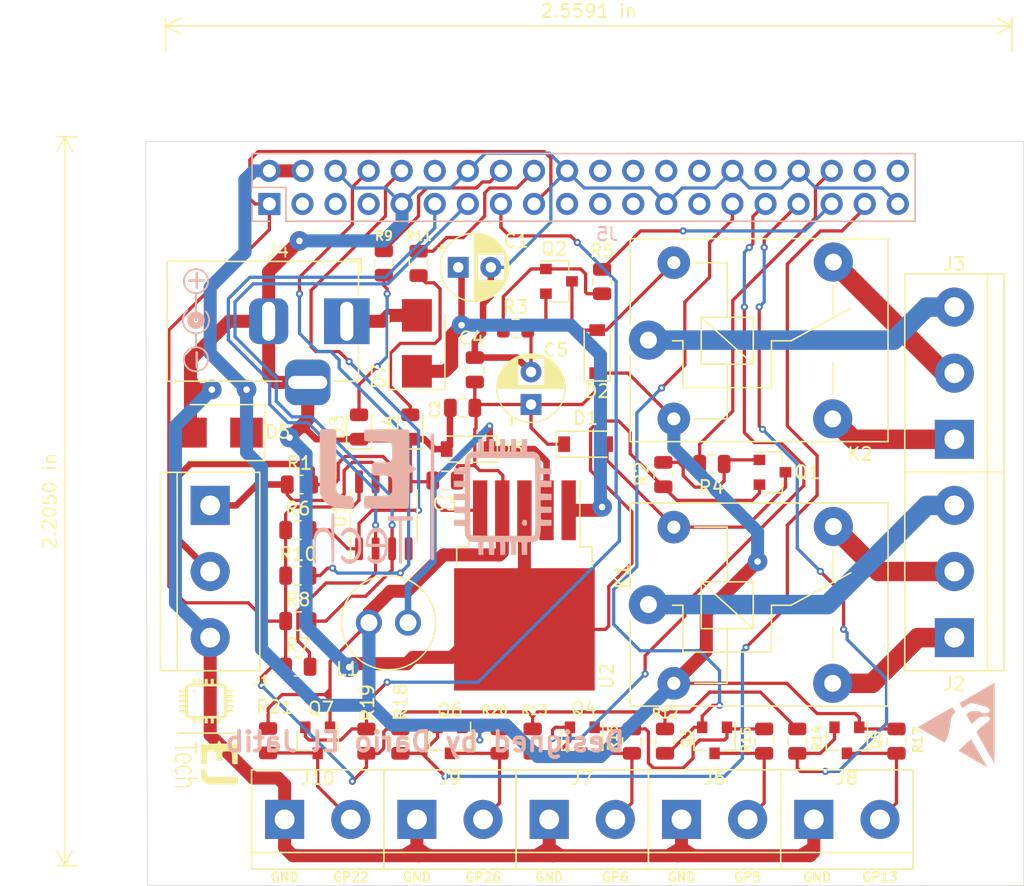
<source format=kicad_pcb>
(kicad_pcb (version 20171130) (host pcbnew "(5.1.4)-1")
  (layers (0 F.Cu signal) (31 B.Cu signal) (34 B.Paste user) (35 F.Paste user) (36 B.SilkS user) (37 F.SilkS user) (38 B.Mask user) (39 F.Mask user) (44 Edge.Cuts user))
  (net 0 "")
  (net 1 "Net-(C1-Pad1)")
  (net 2 GND)
  (net 3 +5V)
  (net 4 "Net-(D1-Pad2)")
  (net 5 "Net-(D2-Pad2)")
  (net 6 "Net-(D3-Pad2)")
  (net 7 "Net-(D4-Pad2)")
  (net 8 "Net-(D6-Pad1)")
  (net 9 "Net-(J1-Pad1)")
  (net 10 "Net-(J1-Pad2)")
  (net 11 "Net-(J2-Pad3)")
  (net 12 "Net-(J2-Pad2)")
  (net 13 "Net-(J2-Pad1)")
  (net 14 "Net-(J3-Pad1)")
  (net 15 "Net-(J3-Pad2)")
  (net 16 "Net-(J3-Pad3)")
  (net 17 +3V3)
  (net 18 "Net-(J5-Pad3)")
  (net 19 "Net-(J5-Pad5)")
  (net 20 "Net-(J5-Pad7)")
  (net 21 TX)
  (net 22 RX)
  (net 23 RE)
  (net 24 "Net-(J5-Pad12)")
  (net 25 DE)
  (net 26 GP22)
  (net 27 "Net-(J5-Pad16)")
  (net 28 "Net-(J5-Pad18)")
  (net 29 "Net-(J5-Pad19)")
  (net 30 "Net-(J5-Pad21)")
  (net 31 "Net-(J5-Pad22)")
  (net 32 "Net-(J5-Pad23)")
  (net 33 "Net-(J5-Pad24)")
  (net 34 "Net-(J5-Pad26)")
  (net 35 "Net-(J5-Pad27)")
  (net 36 "Net-(J5-Pad28)")
  (net 37 "Net-(J5-Pad29)")
  (net 38 "Net-(J5-Pad31)")
  (net 39 "Net-(J5-Pad32)")
  (net 40 "Net-(J5-Pad33)")
  (net 41 "Net-(J5-Pad35)")
  (net 42 "Net-(J5-Pad36)")
  (net 43 GP26)
  (net 44 "Net-(J5-Pad38)")
  (net 45 "Net-(J5-Pad40)")
  (net 46 "Net-(J6-Pad2)")
  (net 47 "Net-(J7-Pad2)")
  (net 48 "Net-(J8-Pad2)")
  (net 49 "Net-(J9-Pad2)")
  (net 50 "Net-(J10-Pad2)")
  (net 51 "Net-(Q1-Pad1)")
  (net 52 "Net-(Q2-Pad1)")
  (net 53 +BATT)
  (net 54 "Net-(D7-Pad2)")
  (module Symbol:ESD-Logo_6.6x6mm_SilkScreen (layer B.Cu) (at 184.087 116.824 270)
    (fp_text reference " " hide)
    (fp_text value " " hide)
  )
  (module Symbol:Symbol_Barrel_Polarity (layer B.Cu) (at 125.794 85.709 90)
    (fp_text reference " " hide)
    (fp_text value " ")
  )
  (module "Symbol:EJ TECH 18X11" (layer B.Cu) (at 143.828 99.171 180)
    (fp_text reference " " hide)
    (fp_text value " " hide)
  )
  (module "Symbol:EJ TECH 8X5.5" (layer F.Cu) (at 126.556 117.459 270)
    (fp_text reference " " hide)
    (fp_text value " " hide)
  )
  (module Diode_SMD:D_SOD-123 (layer F.Cu) (at 146.622 95.615 180)
    (fp_text reference D6 (at -3.302 0) (layer F.SilkS))
    (fp_text value 1N5819HW-7-F)
    (pad 1 smd rect (at -1.65 0 180) (size 0.9 1.2) (layers F.Cu F.Paste F.Mask) (net 8 "Net-(D6-Pad1)"))
    (pad 2 smd rect (at 1.65 0 180) (size 0.9 1.2) (layers F.Cu F.Paste F.Mask) (net 2 GND))
  )
  (module Inductor_THT:L_Radial_D7.0mm_P3.00mm (layer F.Cu) (at 142 108.95 180)
    (fp_text reference L1 (at 4.649 -3.556) (layer F.SilkS))
    (fp_text value 33uHy)
    (pad 1 thru_hole circle (at 0 0 180) (size 2 2) (drill 1.3) (layers *.Cu *.Mask) (net 8 "Net-(D6-Pad1)"))
    (pad 2 thru_hole circle (at 3 0 180) (size 2 2) (drill 1.3) (layers *.Cu *.Mask) (net 3 +5V))
  )
  (module Resistor_SMD:R_0805_2012Metric (layer F.Cu) (at 133.5425 112.335)
    (fp_text reference R7 (at 0 -1.65) (layer F.SilkS))
    (fp_text value 10k)
    (pad 2 smd roundrect (at 0.9375 0) (size 0.975 1.4) (layers F.Cu F.Paste F.Mask) (net 23 RE))
    (pad 1 smd roundrect (at -0.9375 0) (size 0.975 1.4) (layers F.Cu F.Paste F.Mask) (net 17 +3V3))
  )
  (module Relay_THT:Relay_SPDT_SANYOU_SRD_Series_Form_C (layer F.Cu) (at 160.465 107.56)
    (fp_text reference K1 (at -2.032 -2.166 90) (layer F.SilkS))
    (fp_text value "SANYOU RELAY")
    (pad 2 thru_hole circle (at 1.95 6.05 90) (size 2.5 2.5) (drill 1) (layers *.Cu *.Mask) (net 3 +5V))
    (pad 3 thru_hole circle (at 14.15 6.05 90) (size 3 3) (drill 1.3) (layers *.Cu *.Mask) (net 13 "Net-(J2-Pad1)"))
    (pad 4 thru_hole circle (at 14.2 -6 90) (size 3 3) (drill 1.3) (layers *.Cu *.Mask) (net 12 "Net-(J2-Pad2)"))
    (pad 5 thru_hole circle (at 1.95 -5.95 90) (size 2.5 2.5) (drill 1) (layers *.Cu *.Mask) (net 4 "Net-(D1-Pad2)"))
    (pad 1 thru_hole circle (at 0 0 90) (size 3 3) (drill 1.3) (layers *.Cu *.Mask) (net 11 "Net-(J2-Pad3)"))
  )
  (module TerminalBlock:TerminalBlock_bornier-3_P5.08mm (layer F.Cu) (at 183.96 110.1 90)
    (fp_text reference J2 (at -3.549 0 180) (layer F.SilkS))
    (fp_text value Conn_01x03)
    (pad 3 thru_hole circle (at 10.16 0 90) (size 3 3) (drill 1.52) (layers *.Cu *.Mask) (net 11 "Net-(J2-Pad3)"))
    (pad 2 thru_hole circle (at 5.08 0 90) (size 3 3) (drill 1.52) (layers *.Cu *.Mask) (net 12 "Net-(J2-Pad2)"))
    (pad 1 thru_hole rect (at 0 0 90) (size 3 3) (drill 1.52) (layers *.Cu *.Mask) (net 13 "Net-(J2-Pad1)"))
  )
  (module Capacitor_THT:CP_Radial_D5.0mm_P2.50mm (layer F.Cu) (at 151.448 92.186 90)
    (fp_text reference C5 (at 4.191 1.905 180) (layer F.SilkS))
    (fp_text value 100u)
    (pad 2 thru_hole circle (at 2.5 0 90) (size 1.6 1.6) (drill 0.8) (layers *.Cu *.Mask) (net 2 GND))
    (pad 1 thru_hole rect (at 0 0 90) (size 1.6 1.6) (drill 0.8) (layers *.Cu *.Mask) (net 3 +5V))
  )
  (module Connector_PinHeader_2.54mm:PinHeader_2x20_P2.54mm_Vertical (layer B.Cu) (at 131.3566 74.6416 270)
    (fp_text reference J5 (at 4.4634 -25.9334) (layer B.SilkS) (effects (justify mirror)))
    (fp_text value Raspberry_Pi_2_3)
    (pad 40 thru_hole oval (at -0.4064 -48.26 270) (size 1.7 1.7) (drill 1) (layers *.Cu *.Mask) (net 45 "Net-(J5-Pad40)"))
    (pad 39 thru_hole oval (at 2.1336 -48.26 270) (size 1.7 1.7) (drill 1) (layers *.Cu *.Mask) (net 2 GND))
    (pad 38 thru_hole oval (at -0.4064 -45.72 270) (size 1.7 1.7) (drill 1) (layers *.Cu *.Mask) (net 44 "Net-(J5-Pad38)"))
    (pad 37 thru_hole oval (at 2.1336 -45.72 270) (size 1.7 1.7) (drill 1) (layers *.Cu *.Mask) (net 43 GP26))
    (pad 36 thru_hole oval (at -0.4064 -43.18 270) (size 1.7 1.7) (drill 1) (layers *.Cu *.Mask) (net 42 "Net-(J5-Pad36)"))
    (pad 35 thru_hole oval (at 2.1336 -43.18 270) (size 1.7 1.7) (drill 1) (layers *.Cu *.Mask) (net 41 "Net-(J5-Pad35)"))
    (pad 34 thru_hole oval (at -0.4064 -40.64 270) (size 1.7 1.7) (drill 1) (layers *.Cu *.Mask) (net 2 GND))
    (pad 33 thru_hole oval (at 2.1336 -40.64 270) (size 1.7 1.7) (drill 1) (layers *.Cu *.Mask) (net 40 "Net-(J5-Pad33)"))
    (pad 32 thru_hole oval (at -0.4064 -38.1 270) (size 1.7 1.7) (drill 1) (layers *.Cu *.Mask) (net 39 "Net-(J5-Pad32)"))
    (pad 31 thru_hole oval (at 2.1336 -38.1 270) (size 1.7 1.7) (drill 1) (layers *.Cu *.Mask) (net 38 "Net-(J5-Pad31)"))
    (pad 30 thru_hole oval (at -0.4064 -35.56 270) (size 1.7 1.7) (drill 1) (layers *.Cu *.Mask) (net 2 GND))
    (pad 29 thru_hole oval (at 2.1336 -35.56 270) (size 1.7 1.7) (drill 1) (layers *.Cu *.Mask) (net 37 "Net-(J5-Pad29)"))
    (pad 28 thru_hole oval (at -0.4064 -33.02 270) (size 1.7 1.7) (drill 1) (layers *.Cu *.Mask) (net 36 "Net-(J5-Pad28)"))
    (pad 27 thru_hole oval (at 2.1336 -33.02 270) (size 1.7 1.7) (drill 1) (layers *.Cu *.Mask) (net 35 "Net-(J5-Pad27)"))
    (pad 26 thru_hole oval (at -0.4064 -30.48 270) (size 1.7 1.7) (drill 1) (layers *.Cu *.Mask) (net 34 "Net-(J5-Pad26)"))
    (pad 25 thru_hole oval (at 2.1336 -30.48 270) (size 1.7 1.7) (drill 1) (layers *.Cu *.Mask) (net 2 GND))
    (pad 24 thru_hole oval (at -0.4064 -27.94 270) (size 1.7 1.7) (drill 1) (layers *.Cu *.Mask) (net 33 "Net-(J5-Pad24)"))
    (pad 23 thru_hole oval (at 2.1336 -27.94 270) (size 1.7 1.7) (drill 1) (layers *.Cu *.Mask) (net 32 "Net-(J5-Pad23)"))
    (pad 22 thru_hole oval (at -0.4064 -25.4 270) (size 1.7 1.7) (drill 1) (layers *.Cu *.Mask) (net 31 "Net-(J5-Pad22)"))
    (pad 21 thru_hole oval (at 2.1336 -25.4 270) (size 1.7 1.7) (drill 1) (layers *.Cu *.Mask) (net 30 "Net-(J5-Pad21)"))
    (pad 20 thru_hole oval (at -0.4064 -22.86 270) (size 1.7 1.7) (drill 1) (layers *.Cu *.Mask) (net 2 GND))
    (pad 19 thru_hole oval (at 2.1336 -22.86 270) (size 1.7 1.7) (drill 1) (layers *.Cu *.Mask) (net 29 "Net-(J5-Pad19)"))
    (pad 18 thru_hole oval (at -0.4064 -20.32 270) (size 1.7 1.7) (drill 1) (layers *.Cu *.Mask) (net 28 "Net-(J5-Pad18)"))
    (pad 17 thru_hole oval (at 2.1336 -20.32 270) (size 1.7 1.7) (drill 1) (layers *.Cu *.Mask) (net 17 +3V3))
    (pad 16 thru_hole oval (at -0.4064 -17.78 270) (size 1.7 1.7) (drill 1) (layers *.Cu *.Mask) (net 27 "Net-(J5-Pad16)"))
    (pad 15 thru_hole oval (at 2.1336 -17.78 270) (size 1.7 1.7) (drill 1) (layers *.Cu *.Mask) (net 26 GP22))
    (pad 14 thru_hole oval (at -0.4064 -15.24 270) (size 1.7 1.7) (drill 1) (layers *.Cu *.Mask) (net 2 GND))
    (pad 13 thru_hole oval (at 2.1336 -15.24 270) (size 1.7 1.7) (drill 1) (layers *.Cu *.Mask) (net 25 DE))
    (pad 12 thru_hole oval (at -0.4064 -12.7 270) (size 1.7 1.7) (drill 1) (layers *.Cu *.Mask) (net 24 "Net-(J5-Pad12)"))
    (pad 11 thru_hole oval (at 2.1336 -12.7 270) (size 1.7 1.7) (drill 1) (layers *.Cu *.Mask) (net 23 RE))
    (pad 10 thru_hole oval (at -0.4064 -10.16 270) (size 1.7 1.7) (drill 1) (layers *.Cu *.Mask) (net 22 RX))
    (pad 9 thru_hole oval (at 2.1336 -10.16 270) (size 1.7 1.7) (drill 1) (layers *.Cu *.Mask) (net 2 GND))
    (pad 8 thru_hole oval (at -0.4064 -7.62 270) (size 1.7 1.7) (drill 1) (layers *.Cu *.Mask) (net 21 TX))
    (pad 7 thru_hole oval (at 2.1336 -7.62 270) (size 1.7 1.7) (drill 1) (layers *.Cu *.Mask) (net 20 "Net-(J5-Pad7)"))
    (pad 6 thru_hole oval (at -0.4064 -5.08 270) (size 1.7 1.7) (drill 1) (layers *.Cu *.Mask) (net 2 GND))
    (pad 5 thru_hole oval (at 2.1336 -5.08 270) (size 1.7 1.7) (drill 1) (layers *.Cu *.Mask) (net 19 "Net-(J5-Pad5)"))
    (pad 4 thru_hole oval (at -0.4064 -2.54 270) (size 1.7 1.7) (drill 1) (layers *.Cu *.Mask) (net 3 +5V))
    (pad 3 thru_hole oval (at 2.1336 -2.54 270) (size 1.7 1.7) (drill 1) (layers *.Cu *.Mask) (net 18 "Net-(J5-Pad3)"))
    (pad 2 thru_hole oval (at -0.4064 0 270) (size 1.7 1.7) (drill 1) (layers *.Cu *.Mask) (net 3 +5V))
    (pad 1 thru_hole rect (at 2.1336 0 270) (size 1.7 1.7) (drill 1) (layers *.Cu *.Mask) (net 17 +3V3))
  )
  (module MountingHole:MountingHole_2.7mm (layer F.Cu) (at 126.5 124.5)
    (fp_text reference " " (at 0 -3.7) (layer F.SilkS))
    (fp_text value " " hide)
    (pad 1 np_thru_hole circle (at 0 0) (size 2.7 2.7) (drill 2.7) (layers *.Cu *.Mask))
  )
  (module MountingHole:MountingHole_2.7mm (layer F.Cu) (at 126.5 75.5)
    (fp_text reference " " (at 0 -3.7) (layer F.SilkS))
    (fp_text value "" hide)
    (pad 1 np_thru_hole circle (at 0 0) (size 2.7 2.7) (drill 2.7) (layers *.Cu *.Mask))
  )
  (module MountingHole:MountingHole_2.7mm (layer F.Cu) (at 184.5 75.425)
    (fp_text reference " " (at 0 -3.7) (layer F.SilkS))
    (fp_text value "" hide)
    (pad 1 np_thru_hole circle (at 0 0) (size 2.7 2.7) (drill 2.7) (layers *.Cu *.Mask))
  )
  (module MountingHole:MountingHole_2.7mm (layer F.Cu) (at 184.5 124.5)
    (fp_text reference " " (at 0 -3.7) (layer F.SilkS))
    (fp_text value " " hide)
    (pad 1 np_thru_hole circle (at 0 0) (size 2.7 2.7) (drill 2.7) (layers *.Cu *.Mask))
  )
  (module Capacitor_THT:CP_Radial_D5.0mm_P2.50mm (layer F.Cu) (at 145.86 81.645)
    (fp_text reference C1 (at 4.445 -2.032) (layer F.SilkS))
    (fp_text value 47u)
    (pad 1 thru_hole rect (at 0 0) (size 1.6 1.6) (drill 0.8) (layers *.Cu *.Mask) (net 1 "Net-(C1-Pad1)"))
    (pad 2 thru_hole circle (at 2.5 0) (size 1.6 1.6) (drill 0.8) (layers *.Cu *.Mask) (net 2 GND))
  )
  (module Capacitor_SMD:C_0805_2012Metric (layer F.Cu) (at 146.1925 92.44 180)
    (fp_text reference C2 (at 2.1105 -0.127 90) (layer F.SilkS) (effects (font (size 0.7 0.7))))
    (fp_text value 1u)
    (pad 1 smd roundrect (at -0.9375 0 180) (size 0.975 1.4) (layers F.Cu F.Paste F.Mask) (net 3 +5V))
    (pad 2 smd roundrect (at 0.9375 0 180) (size 0.975 1.4) (layers F.Cu F.Paste F.Mask) (net 2 GND))
  )
  (module Capacitor_SMD:C_0805_2012Metric (layer F.Cu) (at 144.844 98.028 180)
    (fp_text reference C3 (at 0 -1.778) (layer F.SilkS))
    (fp_text value 100n)
    (pad 1 smd roundrect (at -0.9375 0 180) (size 0.975 1.4) (layers F.Cu F.Paste F.Mask) (net 3 +5V))
    (pad 2 smd roundrect (at 0.9375 0 180) (size 0.975 1.4) (layers F.Cu F.Paste F.Mask) (net 2 GND))
  )
  (module Capacitor_SMD:C_0805_2012Metric (layer F.Cu) (at 147.13 89.519 90)
    (fp_text reference C4 (at 2.413 -0.254 180) (layer F.SilkS))
    (fp_text value 10n)
    (pad 2 smd roundrect (at 0.9375 0 90) (size 0.975 1.4) (layers F.Cu F.Paste F.Mask) (net 2 GND))
    (pad 1 smd roundrect (at -0.9375 0 90) (size 0.975 1.4) (layers F.Cu F.Paste F.Mask) (net 3 +5V))
  )
  (module Diode_SMD:D_SOD-123 (layer F.Cu) (at 155.639 95.234)
    (fp_text reference D1 (at 0 -2) (layer F.SilkS))
    (fp_text value 1N5819HW-7-F)
    (pad 1 smd rect (at -1.65 0) (size 0.9 1.2) (layers F.Cu F.Paste F.Mask) (net 3 +5V))
    (pad 2 smd rect (at 1.65 0) (size 0.9 1.2) (layers F.Cu F.Paste F.Mask) (net 4 "Net-(D1-Pad2)"))
  )
  (module Diode_SMD:D_SOD-123 (layer F.Cu) (at 156.528 88.122 90)
    (fp_text reference D2 (at -3.04 0 180) (layer F.SilkS))
    (fp_text value 1N5819HW-7-F)
    (pad 2 smd rect (at 1.65 0 90) (size 0.9 1.2) (layers F.Cu F.Paste F.Mask) (net 5 "Net-(D2-Pad2)"))
    (pad 1 smd rect (at -1.65 0 90) (size 0.9 1.2) (layers F.Cu F.Paste F.Mask) (net 3 +5V))
  )
  (module LED_SMD:LED_0805_2012Metric (layer F.Cu) (at 138.24 93.9155 90)
    (fp_text reference D3 (at 0 -1.65 90) (layer F.SilkS))
    (fp_text value LED1)
    (pad 2 smd roundrect (at 0.9375 0 90) (size 0.975 1.4) (layers F.Cu F.Paste F.Mask) (net 6 "Net-(D3-Pad2)"))
    (pad 1 smd roundrect (at -0.9375 0 90) (size 0.975 1.4) (layers F.Cu F.Paste F.Mask) (net 2 GND))
  )
  (module LED_SMD:LED_0805_2012Metric (layer F.Cu) (at 142.177 93.9155 90)
    (fp_text reference D4 (at 0 -1.65 90) (layer F.SilkS))
    (fp_text value LED2)
    (pad 1 smd roundrect (at -0.9375 0 90) (size 0.975 1.4) (layers F.Cu F.Paste F.Mask) (net 2 GND))
    (pad 2 smd roundrect (at 0.9375 0 90) (size 0.975 1.4) (layers F.Cu F.Paste F.Mask) (net 7 "Net-(D4-Pad2)"))
  )
  (module Diode_SMD:D_SMB (layer F.Cu) (at 127.445 94.345 180)
    (fp_text reference D5 (at -4.55 0.05) (layer F.SilkS))
    (fp_text value SMBJ5.0A)
    (pad 1 smd rect (at -2.15 0 180) (size 2.5 2.3) (layers F.Cu F.Paste F.Mask) (net 3 +5V))
    (pad 2 smd rect (at 2.15 0 180) (size 2.5 2.3) (layers F.Cu F.Paste F.Mask) (net 2 GND))
  )
  (module TerminalBlock:TerminalBlock_bornier-3_P5.08mm (layer F.Cu) (at 126.81 99.94 270)
    (fp_text reference J1 (at 13.455 -3.937 180) (layer F.SilkS) (effects (font (size 0.7 0.7))))
    (fp_text value Conn_01x03)
    (pad 1 thru_hole rect (at 0 0 270) (size 3 3) (drill 1.52) (layers *.Cu *.Mask) (net 9 "Net-(J1-Pad1)"))
    (pad 2 thru_hole circle (at 5.08 0 270) (size 3 3) (drill 1.52) (layers *.Cu *.Mask) (net 10 "Net-(J1-Pad2)"))
    (pad 3 thru_hole circle (at 10.16 0 270) (size 3 3) (drill 1.52) (layers *.Cu *.Mask) (net 2 GND))
  )
  (module TerminalBlock:TerminalBlock_bornier-3_P5.08mm (layer F.Cu) (at 183.96 94.86 90)
    (fp_text reference J3 (at 13.469 0 180) (layer F.SilkS))
    (fp_text value Conn_01x03)
    (pad 1 thru_hole rect (at 0 0 90) (size 3 3) (drill 1.52) (layers *.Cu *.Mask) (net 14 "Net-(J3-Pad1)"))
    (pad 2 thru_hole circle (at 5.08 0 90) (size 3 3) (drill 1.52) (layers *.Cu *.Mask) (net 15 "Net-(J3-Pad2)"))
    (pad 3 thru_hole circle (at 10.16 0 90) (size 3 3) (drill 1.52) (layers *.Cu *.Mask) (net 16 "Net-(J3-Pad3)"))
  )
  (module Connector_BarrelJack:BarrelJack_Horizontal (layer F.Cu) (at 137.3 85.79)
    (fp_text reference J4 (at -5.283 -5.415) (layer F.SilkS))
    (fp_text value Jack-DC)
    (pad 1 thru_hole rect (at 0 0) (size 3.5 3.5) (drill oval 1 3) (layers *.Cu *.Mask) (net 54 "Net-(D7-Pad2)"))
    (pad 2 thru_hole roundrect (at -6 0) (size 3 3.5) (drill oval 1 3) (layers *.Cu *.Mask) (net 2 GND))
    (pad 3 thru_hole roundrect (at -3 4.7) (size 3.5 3.5) (drill oval 3 1) (layers *.Cu *.Mask) (net 2 GND))
  )
  (module TerminalBlock:TerminalBlock_bornier-2_P5.08mm (layer F.Cu) (at 163.005 124.07)
    (fp_text reference J6 (at 2.54 -3.175) (layer F.SilkS))
    (fp_text value Conn_01x02)
    (pad 1 thru_hole rect (at 0 0) (size 3 3) (drill 1.52) (layers *.Cu *.Mask) (net 2 GND))
    (pad 2 thru_hole circle (at 5.08 0) (size 3 3) (drill 1.52) (layers *.Cu *.Mask) (net 46 "Net-(J6-Pad2)"))
  )
  (module TerminalBlock:TerminalBlock_bornier-2_P5.08mm (layer F.Cu) (at 152.845 124.07)
    (fp_text reference J7 (at 2.54 -3.175) (layer F.SilkS))
    (fp_text value Conn_01x02)
    (pad 1 thru_hole rect (at 0 0) (size 3 3) (drill 1.52) (layers *.Cu *.Mask) (net 2 GND))
    (pad 2 thru_hole circle (at 5.08 0) (size 3 3) (drill 1.52) (layers *.Cu *.Mask) (net 47 "Net-(J7-Pad2)"))
  )
  (module TerminalBlock:TerminalBlock_bornier-2_P5.08mm (layer F.Cu) (at 173.165 124.07)
    (fp_text reference J8 (at 2.54 -3.175) (layer F.SilkS))
    (fp_text value Conn_01x02)
    (pad 1 thru_hole rect (at 0 0) (size 3 3) (drill 1.52) (layers *.Cu *.Mask) (net 2 GND))
    (pad 2 thru_hole circle (at 5.08 0) (size 3 3) (drill 1.52) (layers *.Cu *.Mask) (net 48 "Net-(J8-Pad2)"))
  )
  (module TerminalBlock:TerminalBlock_bornier-2_P5.08mm (layer F.Cu) (at 142.685 124.07)
    (fp_text reference J9 (at 2.54 -3.175) (layer F.SilkS))
    (fp_text value Conn_01x02)
    (pad 2 thru_hole circle (at 5.08 0) (size 3 3) (drill 1.52) (layers *.Cu *.Mask) (net 49 "Net-(J9-Pad2)"))
    (pad 1 thru_hole rect (at 0 0) (size 3 3) (drill 1.52) (layers *.Cu *.Mask) (net 2 GND))
  )
  (module TerminalBlock:TerminalBlock_bornier-2_P5.08mm (layer F.Cu) (at 132.525 124.07)
    (fp_text reference J10 (at 2.54 -3.175) (layer F.SilkS))
    (fp_text value Conn_01x02)
    (pad 2 thru_hole circle (at 5.08 0) (size 3 3) (drill 1.52) (layers *.Cu *.Mask) (net 50 "Net-(J10-Pad2)"))
    (pad 1 thru_hole rect (at 0 0) (size 3 3) (drill 1.52) (layers *.Cu *.Mask) (net 2 GND))
  )
  (module Relay_THT:Relay_SPDT_SANYOU_SRD_Series_Form_C (layer F.Cu) (at 160.465 87.24)
    (fp_text reference K2 (at 16.256 8.756) (layer F.SilkS))
    (fp_text value "SANYOU RELAY")
    (pad 1 thru_hole circle (at 0 0 90) (size 3 3) (drill 1.3) (layers *.Cu *.Mask) (net 16 "Net-(J3-Pad3)"))
    (pad 5 thru_hole circle (at 1.95 -5.95 90) (size 2.5 2.5) (drill 1) (layers *.Cu *.Mask) (net 5 "Net-(D2-Pad2)"))
    (pad 4 thru_hole circle (at 14.2 -6 90) (size 3 3) (drill 1.3) (layers *.Cu *.Mask) (net 15 "Net-(J3-Pad2)"))
    (pad 3 thru_hole circle (at 14.15 6.05 90) (size 3 3) (drill 1.3) (layers *.Cu *.Mask) (net 14 "Net-(J3-Pad1)"))
    (pad 2 thru_hole circle (at 1.95 6.05 90) (size 2.5 2.5) (drill 1) (layers *.Cu *.Mask) (net 3 +5V))
  )
  (module Package_TO_SOT_SMD:SOT-23 (layer F.Cu) (at 169.99 97.393)
    (fp_text reference Q1 (at 2.667 0) (layer F.SilkS))
    (fp_text value 2N7002)
    (pad 1 smd rect (at -1 -0.95) (size 0.9 0.8) (layers F.Cu F.Paste F.Mask) (net 51 "Net-(Q1-Pad1)"))
    (pad 2 smd rect (at -1 0.95) (size 0.9 0.8) (layers F.Cu F.Paste F.Mask) (net 2 GND))
    (pad 3 smd rect (at 1 0) (size 0.9 0.8) (layers F.Cu F.Paste F.Mask) (net 4 "Net-(D1-Pad2)"))
  )
  (module Package_TO_SOT_SMD:SOT-23 (layer F.Cu) (at 153.591 82.722)
    (fp_text reference Q2 (at -0.365 -2.5) (layer F.SilkS))
    (fp_text value 2N7002)
    (pad 3 smd rect (at 1 0) (size 0.9 0.8) (layers F.Cu F.Paste F.Mask) (net 5 "Net-(D2-Pad2)"))
    (pad 2 smd rect (at -1 0.95) (size 0.9 0.8) (layers F.Cu F.Paste F.Mask) (net 2 GND))
    (pad 1 smd rect (at -1 -0.95) (size 0.9 0.8) (layers F.Cu F.Paste F.Mask) (net 52 "Net-(Q2-Pad1)"))
  )
  (module Package_TO_SOT_SMD:SOT-23 (layer F.Cu) (at 165.545 117.99 270)
    (fp_text reference Q3 (at -0.15 2.159 270) (layer F.SilkS) (effects (font (size 0.7 0.7))))
    (fp_text value 2N7002)
    (pad 1 smd rect (at -1 -0.95 270) (size 0.9 0.8) (layers F.Cu F.Paste F.Mask) (net 53 +BATT))
    (pad 2 smd rect (at -1 0.95 270) (size 0.9 0.8) (layers F.Cu F.Paste F.Mask) (net 37 "Net-(J5-Pad29)"))
    (pad 3 smd rect (at 1 0 270) (size 0.9 0.8) (layers F.Cu F.Paste F.Mask) (net 46 "Net-(J6-Pad2)"))
  )
  (module Package_TO_SOT_SMD:SOT-23 (layer F.Cu) (at 155.385 117.99 270)
    (fp_text reference Q4 (at -2.436 -0.127 180) (layer F.SilkS))
    (fp_text value 2N7002)
    (pad 3 smd rect (at 1 0 270) (size 0.9 0.8) (layers F.Cu F.Paste F.Mask) (net 47 "Net-(J7-Pad2)"))
    (pad 2 smd rect (at -1 0.95 270) (size 0.9 0.8) (layers F.Cu F.Paste F.Mask) (net 38 "Net-(J5-Pad31)"))
    (pad 1 smd rect (at -1 -0.95 270) (size 0.9 0.8) (layers F.Cu F.Paste F.Mask) (net 53 +BATT))
  )
  (module Package_TO_SOT_SMD:SOT-23 (layer F.Cu) (at 175.705 117.99 270)
    (fp_text reference Q5 (at -0.023 -2.286 90) (layer F.SilkS) (effects (font (size 0.7 0.7))))
    (fp_text value 2N7002)
    (pad 3 smd rect (at 1 0 270) (size 0.9 0.8) (layers F.Cu F.Paste F.Mask) (net 48 "Net-(J8-Pad2)"))
    (pad 2 smd rect (at -1 0.95 270) (size 0.9 0.8) (layers F.Cu F.Paste F.Mask) (net 40 "Net-(J5-Pad33)"))
    (pad 1 smd rect (at -1 -0.95 270) (size 0.9 0.8) (layers F.Cu F.Paste F.Mask) (net 3 +5V))
  )
  (module Package_TO_SOT_SMD:SOT-23 (layer F.Cu) (at 145.225 117.99 270)
    (fp_text reference Q6 (at -2.309 0 180) (layer F.SilkS))
    (fp_text value 2N7002)
    (pad 1 smd rect (at -1 -0.95 270) (size 0.9 0.8) (layers F.Cu F.Paste F.Mask) (net 3 +5V))
    (pad 2 smd rect (at -1 0.95 270) (size 0.9 0.8) (layers F.Cu F.Paste F.Mask) (net 43 GP26))
    (pad 3 smd rect (at 1 0 270) (size 0.9 0.8) (layers F.Cu F.Paste F.Mask) (net 49 "Net-(J9-Pad2)"))
  )
  (module Package_TO_SOT_SMD:SOT-23 (layer F.Cu) (at 135.065 117.99 270)
    (fp_text reference Q7 (at -2.436 -0.254 180) (layer F.SilkS))
    (fp_text value 2N7002)
    (pad 1 smd rect (at -1 -0.95 270) (size 0.9 0.8) (layers F.Cu F.Paste F.Mask) (net 3 +5V))
    (pad 2 smd rect (at -1 0.95 270) (size 0.9 0.8) (layers F.Cu F.Paste F.Mask) (net 26 GP22))
    (pad 3 smd rect (at 1 0 270) (size 0.9 0.8) (layers F.Cu F.Paste F.Mask) (net 50 "Net-(J10-Pad2)"))
  )
  (module Resistor_SMD:R_0805_2012Metric (layer F.Cu) (at 133.6675 98.335)
    (fp_text reference R1 (at 0 -1.65) (layer F.SilkS))
    (fp_text value 120)
    (pad 2 smd roundrect (at 0.9375 0) (size 0.975 1.4) (layers F.Cu F.Paste F.Mask) (net 10 "Net-(J1-Pad2)"))
    (pad 1 smd roundrect (at -0.9375 0) (size 0.975 1.4) (layers F.Cu F.Paste F.Mask) (net 9 "Net-(J1-Pad1)"))
  )
  (module Resistor_SMD:R_0805_2012Metric (layer F.Cu) (at 161.608 97.5685 270)
    (fp_text reference R2 (at -0.0485 1.651 90) (layer F.SilkS))
    (fp_text value 10k)
    (pad 2 smd roundrect (at 0.9375 0 270) (size 0.975 1.4) (layers F.Cu F.Paste F.Mask) (net 2 GND))
    (pad 1 smd roundrect (at -0.9375 0 270) (size 0.975 1.4) (layers F.Cu F.Paste F.Mask) (net 51 "Net-(Q1-Pad1)"))
  )
  (module Resistor_SMD:R_0805_2012Metric (layer F.Cu) (at 150.2565 86.344)
    (fp_text reference R3 (at 0 -1.65) (layer F.SilkS))
    (fp_text value 10k)
    (pad 2 smd roundrect (at 0.9375 0) (size 0.975 1.4) (layers F.Cu F.Paste F.Mask) (net 2 GND))
    (pad 1 smd roundrect (at -0.9375 0) (size 0.975 1.4) (layers F.Cu F.Paste F.Mask) (net 52 "Net-(Q2-Pad1)"))
  )
  (module Resistor_SMD:R_0805_2012Metric (layer F.Cu) (at 165.3395 96.758)
    (fp_text reference R4 (at -0.0485 1.778) (layer F.SilkS))
    (fp_text value 120)
    (pad 1 smd roundrect (at -0.9375 0) (size 0.975 1.4) (layers F.Cu F.Paste F.Mask) (net 42 "Net-(J5-Pad36)"))
    (pad 2 smd roundrect (at 0.9375 0) (size 0.975 1.4) (layers F.Cu F.Paste F.Mask) (net 51 "Net-(Q1-Pad1)"))
  )
  (module Resistor_SMD:R_0805_2012Metric (layer F.Cu) (at 156.909 82.7395 270)
    (fp_text reference R5 (at -2.3645 0 180) (layer F.SilkS))
    (fp_text value 120)
    (pad 2 smd roundrect (at 0.9375 0 270) (size 0.975 1.4) (layers F.Cu F.Paste F.Mask) (net 52 "Net-(Q2-Pad1)"))
    (pad 1 smd roundrect (at -0.9375 0 270) (size 0.975 1.4) (layers F.Cu F.Paste F.Mask) (net 41 "Net-(J5-Pad35)"))
  )
  (module Resistor_SMD:R_0805_2012Metric (layer F.Cu) (at 133.5425 101.835)
    (fp_text reference R6 (at 0 -1.65) (layer F.SilkS))
    (fp_text value 10k)
    (pad 1 smd roundrect (at -0.9375 0) (size 0.975 1.4) (layers F.Cu F.Paste F.Mask) (net 17 +3V3))
    (pad 2 smd roundrect (at 0.9375 0) (size 0.975 1.4) (layers F.Cu F.Paste F.Mask) (net 22 RX))
  )
  (module Resistor_SMD:R_0805_2012Metric (layer F.Cu) (at 133.5425 108.83)
    (fp_text reference R8 (at 0 -1.65) (layer F.SilkS))
    (fp_text value 10k)
    (pad 2 smd roundrect (at 0.9375 0) (size 0.975 1.4) (layers F.Cu F.Paste F.Mask) (net 25 DE))
    (pad 1 smd roundrect (at -0.9375 0) (size 0.975 1.4) (layers F.Cu F.Paste F.Mask) (net 17 +3V3))
  )
  (module Resistor_SMD:R_0805_2012Metric (layer F.Cu) (at 140.145 81.3125 270)
    (fp_text reference R9 (at -2.0805 0 180) (layer F.SilkS) (effects (font (size 0.7 0.7))))
    (fp_text value 120)
    (pad 1 smd roundrect (at -0.9375 0 270) (size 0.975 1.4) (layers F.Cu F.Paste F.Mask) (net 27 "Net-(J5-Pad16)"))
    (pad 2 smd roundrect (at 0.9375 0 270) (size 0.975 1.4) (layers F.Cu F.Paste F.Mask) (net 6 "Net-(D3-Pad2)"))
  )
  (module Resistor_SMD:R_0805_2012Metric (layer F.Cu) (at 133.5425 105.335)
    (fp_text reference R10 (at 0 -1.65) (layer F.SilkS))
    (fp_text value 10k)
    (pad 2 smd roundrect (at 0.9375 0) (size 0.975 1.4) (layers F.Cu F.Paste F.Mask) (net 21 TX))
    (pad 1 smd roundrect (at -0.9375 0) (size 0.975 1.4) (layers F.Cu F.Paste F.Mask) (net 17 +3V3))
  )
  (module Resistor_SMD:R_0805_2012Metric (layer F.Cu) (at 142.812 81.3425 270)
    (fp_text reference R11 (at -2.1105 0 180) (layer F.SilkS) (effects (font (size 0.7 0.7))))
    (fp_text value 120)
    (pad 1 smd roundrect (at -0.9375 0 270) (size 0.975 1.4) (layers F.Cu F.Paste F.Mask) (net 28 "Net-(J5-Pad18)"))
    (pad 2 smd roundrect (at 0.9375 0 270) (size 0.975 1.4) (layers F.Cu F.Paste F.Mask) (net 7 "Net-(D4-Pad2)"))
  )
  (module Resistor_SMD:R_0805_2012Metric (layer F.Cu) (at 161.735 118.0525 270)
    (fp_text reference R12 (at -2.1175 0 180) (layer F.SilkS) (effects (font (size 0.7 0.7))))
    (fp_text value 10k)
    (pad 1 smd roundrect (at -0.9375 0 270) (size 0.975 1.4) (layers F.Cu F.Paste F.Mask) (net 17 +3V3))
    (pad 2 smd roundrect (at 0.9375 0 270) (size 0.975 1.4) (layers F.Cu F.Paste F.Mask) (net 37 "Net-(J5-Pad29)"))
  )
  (module Resistor_SMD:R_0805_2012Metric (layer F.Cu) (at 151.575 118.0525 270)
    (fp_text reference R13 (at -2.3715 -0.127 180) (layer F.SilkS) (effects (font (size 0.7 0.7))))
    (fp_text value 10k)
    (pad 1 smd roundrect (at -0.9375 0 270) (size 0.975 1.4) (layers F.Cu F.Paste F.Mask) (net 17 +3V3))
    (pad 2 smd roundrect (at 0.9375 0 270) (size 0.975 1.4) (layers F.Cu F.Paste F.Mask) (net 38 "Net-(J5-Pad31)"))
  )
  (module Resistor_SMD:R_0805_2012Metric (layer F.Cu) (at 171.895 118.0525 270)
    (fp_text reference R14 (at -0.2125 -1.524 90) (layer F.SilkS) (effects (font (size 0.7 0.7))))
    (fp_text value 10k)
    (pad 1 smd roundrect (at -0.9375 0 270) (size 0.975 1.4) (layers F.Cu F.Paste F.Mask) (net 17 +3V3))
    (pad 2 smd roundrect (at 0.9375 0 270) (size 0.975 1.4) (layers F.Cu F.Paste F.Mask) (net 40 "Net-(J5-Pad33)"))
  )
  (module Resistor_SMD:R_0805_2012Metric (layer F.Cu) (at 169.355 118.0525 270)
    (fp_text reference R15 (at -0.0855 1.397 90) (layer F.SilkS) (effects (font (size 0.7 0.7))))
    (fp_text value 10k)
    (pad 1 smd roundrect (at -0.9375 0 270) (size 0.975 1.4) (layers F.Cu F.Paste F.Mask) (net 53 +BATT))
    (pad 2 smd roundrect (at 0.9375 0 270) (size 0.975 1.4) (layers F.Cu F.Paste F.Mask) (net 46 "Net-(J6-Pad2)"))
  )
  (module Resistor_SMD:R_0805_2012Metric (layer F.Cu) (at 159.195 118.0525 270)
    (fp_text reference R16 (at -0.2633 1.4605 90) (layer F.SilkS) (effects (font (size 0.7 0.7))))
    (fp_text value 10k)
    (pad 1 smd roundrect (at -0.9375 0 270) (size 0.975 1.4) (layers F.Cu F.Paste F.Mask) (net 53 +BATT))
    (pad 2 smd roundrect (at 0.9375 0 270) (size 0.975 1.4) (layers F.Cu F.Paste F.Mask) (net 47 "Net-(J7-Pad2)"))
  )
  (module Resistor_SMD:R_0805_2012Metric (layer F.Cu) (at 179.515 118.0525 270)
    (fp_text reference R17 (at -0.0855 -1.651 90) (layer F.SilkS) (effects (font (size 0.7 0.7))))
    (fp_text value 10k)
    (pad 2 smd roundrect (at 0.9375 0 270) (size 0.975 1.4) (layers F.Cu F.Paste F.Mask) (net 48 "Net-(J8-Pad2)"))
    (pad 1 smd roundrect (at -0.9375 0 270) (size 0.975 1.4) (layers F.Cu F.Paste F.Mask) (net 3 +5V))
  )
  (module Resistor_SMD:R_0805_2012Metric (layer F.Cu) (at 141.415 118.0525 270)
    (fp_text reference R18 (at -3.0065 -0.0254 90) (layer F.SilkS))
    (fp_text value 10k)
    (pad 2 smd roundrect (at 0.9375 0 270) (size 0.975 1.4) (layers F.Cu F.Paste F.Mask) (net 43 GP26))
    (pad 1 smd roundrect (at -0.9375 0 270) (size 0.975 1.4) (layers F.Cu F.Paste F.Mask) (net 17 +3V3))
  )
  (module Resistor_SMD:R_0805_2012Metric (layer F.Cu) (at 138.81 118.0525 90)
    (fp_text reference R19 (at 2.943 0.0777 90) (layer F.SilkS))
    (fp_text value 10k)
    (pad 1 smd roundrect (at -0.9375 0 90) (size 0.975 1.4) (layers F.Cu F.Paste F.Mask) (net 17 +3V3))
    (pad 2 smd roundrect (at 0.9375 0 90) (size 0.975 1.4) (layers F.Cu F.Paste F.Mask) (net 26 GP22))
  )
  (module Resistor_SMD:R_0805_2012Metric (layer F.Cu) (at 149.035 118.0525 270)
    (fp_text reference R20 (at -2.3715 0.381 180) (layer F.SilkS) (effects (font (size 0.7 0.7))))
    (fp_text value 10k)
    (pad 1 smd roundrect (at -0.9375 0 270) (size 0.975 1.4) (layers F.Cu F.Paste F.Mask) (net 3 +5V))
    (pad 2 smd roundrect (at 0.9375 0 270) (size 0.975 1.4) (layers F.Cu F.Paste F.Mask) (net 49 "Net-(J9-Pad2)"))
  )
  (module Resistor_SMD:R_0805_2012Metric (layer F.Cu) (at 131.255 118.0225 270)
    (fp_text reference R21 (at -2.5955 -0.508 180) (layer F.SilkS))
    (fp_text value 10k)
    (pad 2 smd roundrect (at 0.9375 0 270) (size 0.975 1.4) (layers F.Cu F.Paste F.Mask) (net 50 "Net-(J10-Pad2)"))
    (pad 1 smd roundrect (at -0.9375 0 270) (size 0.975 1.4) (layers F.Cu F.Paste F.Mask) (net 3 +5V))
  )
  (module Package_SO:SO-8_3.9x4.9mm_P1.27mm (layer F.Cu) (at 140.145 100.695 90)
    (fp_text reference U1 (at 0 -3.4 90) (layer F.SilkS))
    (fp_text value MAX485E)
    (pad 1 smd roundrect (at -2.575 -1.905 90) (size 1.75 0.6) (layers F.Cu F.Paste F.Mask) (net 22 RX))
    (pad 2 smd roundrect (at -2.575 -0.635 90) (size 1.75 0.6) (layers F.Cu F.Paste F.Mask) (net 23 RE))
    (pad 3 smd roundrect (at -2.575 0.635 90) (size 1.75 0.6) (layers F.Cu F.Paste F.Mask) (net 25 DE))
    (pad 4 smd roundrect (at -2.575 1.905 90) (size 1.75 0.6) (layers F.Cu F.Paste F.Mask) (net 21 TX))
    (pad 5 smd roundrect (at 2.575 1.905 90) (size 1.75 0.6) (layers F.Cu F.Paste F.Mask) (net 2 GND))
    (pad 6 smd roundrect (at 2.575 0.635 90) (size 1.75 0.6) (layers F.Cu F.Paste F.Mask) (net 10 "Net-(J1-Pad2)"))
    (pad 7 smd roundrect (at 2.575 -0.635 90) (size 1.75 0.6) (layers F.Cu F.Paste F.Mask) (net 9 "Net-(J1-Pad1)"))
    (pad 8 smd roundrect (at 2.575 -1.905 90) (size 1.75 0.6) (layers F.Cu F.Paste F.Mask) (net 17 +3V3))
  )
  (module Package_TO_SOT_SMD:TO-263-5_TabPin3 (layer F.Cu) (at 150.94 106.09 270)
    (fp_text reference U2 (at 6.975 -6.35 90) (layer F.SilkS))
    (fp_text value "LM2596 5.0")
    (pad 1 smd rect (at -5.775 -3.4 270) (size 4.6 1.1) (layers F.Cu F.Paste F.Mask) (net 1 "Net-(C1-Pad1)"))
    (pad 2 smd rect (at -5.775 -1.7 270) (size 4.6 1.1) (layers F.Cu F.Paste F.Mask) (net 8 "Net-(D6-Pad1)"))
    (pad 3 smd rect (at -5.775 0 270) (size 4.6 1.1) (layers F.Cu F.Paste F.Mask) (net 2 GND))
    (pad 4 smd rect (at -5.775 1.7 270) (size 4.6 1.1) (layers F.Cu F.Paste F.Mask) (net 3 +5V))
    (pad 5 smd rect (at -5.775 3.4 270) (size 4.6 1.1) (layers F.Cu F.Paste F.Mask) (net 2 GND))
    (pad 3 smd rect (at 3.375 0 270) (size 9.4 10.8) (layers F.Cu F.Mask) (net 2 GND))
  )
  (module Diode_SMD:D_SMB (layer F.Cu) (at 142.685 87.487 90)
    (fp_text reference D7 (at -2.54 -2.921 90) (layer F.SilkS))
    (fp_text value D)
    (pad 1 smd rect (at -2.15 0 90) (size 2.5 2.3) (layers F.Cu F.Paste F.Mask) (net 1 "Net-(C1-Pad1)"))
    (pad 2 smd rect (at 2.15 0 90) (size 2.5 2.3) (layers F.Cu F.Paste F.Mask) (net 54 "Net-(D7-Pad2)"))
  )
  (gr_text "GP22\n" (at 137.605 128.508) (layer F.SilkS) (effects (font (size 0.7 0.7))))
  (gr_text GP26 (at 147.765 128.508) (layer F.SilkS) (effects (font (size 0.7 0.7))))
  (gr_text "GND\n" (at 132.525 128.508) (layer F.SilkS) (effects (font (size 0.7 0.7))))
  (gr_text "GND\n" (at 142.685 128.508) (layer F.SilkS) (effects (font (size 0.7 0.7))))
  (gr_text "GND\n" (at 152.845 128.508) (layer F.SilkS) (effects (font (size 0.7 0.7))))
  (gr_text GP6 (at 157.925 128.508) (layer F.SilkS) (effects (font (size 0.7 0.7))))
  (gr_text "GP13\n" (at 178.245 128.508) (layer F.SilkS) (effects (font (size 0.7 0.7))))
  (gr_text "GND\n" (at 173.419 128.508) (layer F.SilkS) (effects (font (size 0.7 0.7))))
  (gr_line (start 189.294 71.993) (end 189.04 71.993) (layer Edge.Cuts) (width 0.05))
  (gr_line (start 189.294 129.143) (end 189.294 71.993) (layer Edge.Cuts) (width 0.05))
  (gr_line (start 188.151 129.143) (end 189.294 129.143) (layer Edge.Cuts) (width 0.05))
  (gr_line (start 121.984 129.143) (end 188.151 129.143) (layer Edge.Cuts) (width 0.05))
  (gr_line (start 121.857 71.993) (end 121.984 129.143) (layer Edge.Cuts) (width 0.05))
  (gr_line (start 123 71.993) (end 121.857 71.993) (layer Edge.Cuts) (width 0.05))
  (gr_text "GND\n" (at 163.005 128.508) (layer F.SilkS) (effects (font (size 0.7 0.7))))
  (gr_text "GP5\n" (at 168.085 128.508) (layer F.SilkS) (effects (font (size 0.7 0.7))))
  (gr_line (start 189.04 71.993) (end 188.024 71.993) (layer Edge.Cuts) (width 0.05))
  (gr_line (start 188.024 71.993) (end 123 71.993) (layer Edge.Cuts) (width 0.05))
  (gr_text - (at 125.667 88.757 90) (layer B.SilkS) (effects (font (size 1.5 1.5) (thickness 0.2)) (justify mirror)))
  (gr_text + (at 125.667 82.661 90) (layer B.SilkS) (effects (font (size 1.5 1.5) (thickness 0.2)) (justify mirror)))
  (gr_text "Designed by Dario El Jatib" (at 143.32 118.094) (layer B.SilkS) (effects (font (size 1.5 1.5) (thickness 0.3)) (justify mirror)))
  (dimension 56.007 (width 0.12) (layer F.SilkS) (gr_text "56.007 mm" (at 114.364 99.6155 270) (layer F.SilkS) (effects (font (size 1 1) (thickness 0.15)))) (feature1 (pts (xy 116.65 127.619) (xy 115.047579 127.619))) (feature2 (pts (xy 116.65 71.612) (xy 115.047579 71.612))) (crossbar (pts (xy 115.634 71.612) (xy 115.634 127.619))) (arrow1a (pts (xy 115.634 127.619) (xy 115.047579 126.492496))) (arrow1b (pts (xy 115.634 127.619) (xy 116.220421 126.492496))) (arrow2a (pts (xy 115.634 71.612) (xy 115.047579 72.738504))) (arrow2b (pts (xy 115.634 71.612) (xy 116.220421 72.738504))))
  (dimension 65 (width 0.12) (layer F.SilkS) (gr_text "65.000 mm" (at 155.881 61.833) (layer F.SilkS) (effects (font (size 1 1) (thickness 0.15)))) (feature1 (pts (xy 123.381 65.015) (xy 123.381 62.516579))) (feature2 (pts (xy 188.381 65.015) (xy 188.381 62.516579))) (crossbar (pts (xy 188.381 63.103) (xy 123.381 63.103))) (arrow1a (pts (xy 123.381 63.103) (xy 124.507504 62.516579))) (arrow1b (pts (xy 123.381 63.103) (xy 124.507504 63.689421))) (arrow2a (pts (xy 188.381 63.103) (xy 187.254496 62.516579))) (arrow2b (pts (xy 188.381 63.103) (xy 187.254496 63.689421))))
  (gr_poly (pts (xy 162.116 115.808) (xy 161.354 115.808) (xy 161.735 116.189)) (layer F.Cu) (width 0.1))
  (gr_poly (pts (xy 143.447 119.364) (xy 143.447 118.729) (xy 143.066 118.983)) (layer F.Cu) (width 0.1))
  (gr_poly (pts (xy 173.165 125.714) (xy 171.895 126.476) (xy 173.165 126.476)) (layer F.Cu) (width 0.1))
  (gr_poly (pts (xy 163.005 125.714) (xy 161.735 126.476) (xy 164.148 126.476)) (layer F.Cu) (width 0.1))
  (gr_poly (pts (xy 152.845 125.714) (xy 151.575 126.476) (xy 153.988 126.476)) (layer F.Cu) (width 0.1))
  (gr_poly (pts (xy 142.685 125.714) (xy 141.415 126.476) (xy 143.828 126.476)) (layer F.Cu) (width 0.1))
  (gr_poly (pts (xy 147.511 117.459) (xy 147.892 117.205) (xy 147.13 117.205)) (layer F.Cu) (width 0.1))
  (gr_poly (pts (xy 147.511 117.459) (xy 148.019 117.205) (xy 147.003 117.205)) (layer B.Cu) (width 0.1))
  (gr_poly (pts (xy 126.048 91.424) (xy 125.667 92.059) (xy 125.667 91.297)) (layer F.Cu) (width 0.1))
  (gr_poly (pts (xy 125.667 90.027) (xy 126.048 90.662) (xy 125.667 90.789)) (layer F.Cu) (width 0.1))
  (gr_poly (pts (xy 134.43 94.345) (xy 134.43 93.837) (xy 133.922 94.345)) (layer F.Cu) (width 0.1))
  (gr_poly (pts (xy 135.954 114.03) (xy 135.573 114.411) (xy 135.573 114.538) (xy 135.954 114.919)) (layer F.Cu) (width 0.1))
  (segment (start 144.835 89.637) (end 144.953 89.519) (width 1) (layer F.Cu) (net 1))
  (segment (start 142.685 89.637) (end 144.835 89.637) (width 1) (layer F.Cu) (net 1))
  (segment (start 144.971 89.519) (end 145.352 89.138) (width 1) (layer F.Cu) (net 1))
  (segment (start 144.953 89.519) (end 144.971 89.519) (width 1) (layer F.Cu) (net 1))
  (via (at 146.114 86.09) (size 1.5) (drill 0.5) (layers F.Cu B.Cu) (net 1))
  (segment (start 145.352 89.138) (end 145.352 86.852) (width 1) (layer F.Cu) (net 1))
  (segment (start 145.352 86.852) (end 146.114 86.09) (width 1) (layer F.Cu) (net 1))
  (segment (start 154.34 100.315) (end 156.653982 100.315) (width 1) (layer F.Cu) (net 1))
  (segment (start 156.653982 100.315) (end 156.908982 100.06) (width 1) (layer F.Cu) (net 1))
  (via (at 156.908982 100.06) (size 1.5) (drill 0.5) (layers F.Cu B.Cu) (net 1))
  (segment (start 156.782 99.933018) (end 156.908982 100.06) (width 1) (layer B.Cu) (net 1))
  (segment (start 156.782 88.376) (end 156.782 99.933018) (width 1) (layer B.Cu) (net 1))
  (segment (start 146.114 86.09) (end 154.496 86.09) (width 1) (layer B.Cu) (net 1))
  (segment (start 154.496 86.09) (end 156.782 88.376) (width 1) (layer B.Cu) (net 1))
  (segment (start 146.114 81.899) (end 145.86 81.645) (width 0.5) (layer F.Cu) (net 1))
  (segment (start 146.114 86.09) (end 146.114 81.899) (width 0.5) (layer F.Cu) (net 1))
  (segment (start 152.591 83.672) (end 152.591 85.963) (width 0.25) (layer F.Cu) (net 2))
  (segment (start 152.21 86.344) (end 151.194 86.344) (width 0.25) (layer F.Cu) (net 2))
  (segment (start 152.591 85.963) (end 152.21 86.344) (width 0.25) (layer F.Cu) (net 2))
  (segment (start 162.654 99.552) (end 161.608 98.506) (width 0.25) (layer F.Cu) (net 2))
  (segment (start 168.431 99.552) (end 162.654 99.552) (width 0.25) (layer F.Cu) (net 2))
  (segment (start 168.99 98.343) (end 168.99 98.993) (width 0.25) (layer F.Cu) (net 2))
  (segment (start 168.99 98.993) (end 168.431 99.552) (width 0.25) (layer F.Cu) (net 2))
  (segment (start 151.448 86.598) (end 151.194 86.344) (width 0.25) (layer F.Cu) (net 2))
  (segment (start 151.448 89.686) (end 151.448 86.598) (width 0.25) (layer F.Cu) (net 2))
  (segment (start 142.366599 75.925201) (end 141.5166 76.7752) (width 0.25) (layer B.Cu) (net 2))
  (segment (start 142.7428 75.549) (end 142.366599 75.925201) (width 0.25) (layer B.Cu) (net 2))
  (segment (start 146.5966 74.2352) (end 145.2828 75.549) (width 0.25) (layer B.Cu) (net 2))
  (segment (start 145.2828 75.549) (end 142.7428 75.549) (width 0.25) (layer B.Cu) (net 2))
  (segment (start 140.666601 75.925201) (end 141.5166 76.7752) (width 0.25) (layer B.Cu) (net 2))
  (segment (start 140.2904 75.549) (end 140.666601 75.925201) (width 0.25) (layer B.Cu) (net 2))
  (segment (start 136.4366 74.2352) (end 137.7504 75.549) (width 0.25) (layer B.Cu) (net 2))
  (segment (start 137.7504 75.549) (end 140.2904 75.549) (width 0.25) (layer B.Cu) (net 2))
  (segment (start 153.366601 73.385201) (end 154.2166 74.2352) (width 0.25) (layer B.Cu) (net 2))
  (segment (start 152.8634 72.882) (end 153.366601 73.385201) (width 0.25) (layer B.Cu) (net 2))
  (segment (start 146.5966 74.2352) (end 147.9498 72.882) (width 0.25) (layer B.Cu) (net 2))
  (segment (start 147.9498 72.882) (end 152.8634 72.882) (width 0.25) (layer B.Cu) (net 2))
  (segment (start 160.986601 75.925201) (end 161.8366 76.7752) (width 0.25) (layer B.Cu) (net 2))
  (segment (start 160.6104 75.549) (end 160.986601 75.925201) (width 0.25) (layer B.Cu) (net 2))
  (segment (start 154.2166 74.2352) (end 155.5304 75.549) (width 0.25) (layer B.Cu) (net 2))
  (segment (start 155.5304 75.549) (end 160.6104 75.549) (width 0.25) (layer B.Cu) (net 2))
  (segment (start 165.6028 75.549) (end 166.9166 74.2352) (width 0.25) (layer B.Cu) (net 2))
  (segment (start 161.8366 76.7752) (end 163.0628 75.549) (width 0.25) (layer B.Cu) (net 2))
  (segment (start 163.0628 75.549) (end 165.6028 75.549) (width 0.25) (layer B.Cu) (net 2))
  (segment (start 171.146601 75.085199) (end 171.9966 74.2352) (width 0.25) (layer B.Cu) (net 2))
  (segment (start 170.6828 75.549) (end 171.146601 75.085199) (width 0.25) (layer B.Cu) (net 2))
  (segment (start 166.9166 74.2352) (end 168.2304 75.549) (width 0.25) (layer B.Cu) (net 2))
  (segment (start 168.2304 75.549) (end 170.6828 75.549) (width 0.25) (layer B.Cu) (net 2))
  (segment (start 178.766601 75.925201) (end 179.6166 76.7752) (width 0.25) (layer B.Cu) (net 2))
  (segment (start 178.3904 75.549) (end 178.766601 75.925201) (width 0.25) (layer B.Cu) (net 2))
  (segment (start 171.9966 74.2352) (end 173.3104 75.549) (width 0.25) (layer B.Cu) (net 2))
  (segment (start 173.3104 75.549) (end 178.3904 75.549) (width 0.25) (layer B.Cu) (net 2))
  (segment (start 149.49137 81.645) (end 148.36 81.645) (width 0.25) (layer B.Cu) (net 2))
  (segment (start 152.972 78.16437) (end 149.49137 81.645) (width 0.25) (layer B.Cu) (net 2))
  (segment (start 154.2166 74.2352) (end 152.972 75.4798) (width 0.25) (layer B.Cu) (net 2))
  (segment (start 152.972 75.4798) (end 152.972 78.16437) (width 0.25) (layer B.Cu) (net 2))
  (segment (start 142.177 97.993) (end 142.05 98.12) (width 0.25) (layer F.Cu) (net 2))
  (segment (start 142.177 94.853) (end 142.177 97.993) (width 0.25) (layer F.Cu) (net 2))
  (segment (start 150.94 100.315) (end 150.94 109.465) (width 1) (layer F.Cu) (net 2))
  (segment (start 128.253 85.79) (end 131.3 85.79) (width 1) (layer F.Cu) (net 2))
  (segment (start 125.295 88.748) (end 128.253 85.79) (width 1) (layer F.Cu) (net 2))
  (segment (start 131.845 90.49) (end 134.3 90.49) (width 1) (layer F.Cu) (net 2))
  (segment (start 131.3 85.79) (end 131.3 89.945) (width 1) (layer F.Cu) (net 2))
  (segment (start 131.3 89.945) (end 131.845 90.49) (width 1) (layer F.Cu) (net 2))
  (via (at 133.668 79.613) (size 1.5) (drill 0.5) (layers F.Cu B.Cu) (net 2))
  (segment (start 131.3 85.79) (end 131.3 81.981) (width 1) (layer F.Cu) (net 2))
  (segment (start 131.3 81.981) (end 133.668 79.613) (width 1) (layer F.Cu) (net 2))
  (segment (start 141.542 76.8006) (end 141.5166 76.7752) (width 1) (layer B.Cu) (net 2))
  (segment (start 141.542 78.216) (end 141.542 76.8006) (width 1) (layer B.Cu) (net 2))
  (segment (start 133.668 79.613) (end 140.145 79.613) (width 1) (layer B.Cu) (net 2))
  (segment (start 140.145 79.613) (end 141.542 78.216) (width 1) (layer B.Cu) (net 2))
  (via (at 132.906 94.726) (size 1.5) (drill 0.5) (layers F.Cu B.Cu) (net 2))
  (segment (start 134.3 90.49) (end 134.3 93.332) (width 1) (layer F.Cu) (net 2))
  (segment (start 132.906 94.726) (end 134.176 95.996) (width 1) (layer B.Cu) (net 2))
  (segment (start 134.176 95.996) (end 134.176 109.204) (width 1) (layer B.Cu) (net 2))
  (via (at 137.478 112.379) (size 1.5) (drill 0.5) (layers F.Cu B.Cu) (net 2))
  (segment (start 134.176 109.204) (end 137.351 112.379) (width 1) (layer B.Cu) (net 2))
  (segment (start 137.351 112.379) (end 137.478 112.379) (width 1) (layer B.Cu) (net 2))
  (segment (start 147.504 109.465) (end 150.94 109.465) (width 1) (layer F.Cu) (net 2))
  (segment (start 145.352 111.617) (end 147.504 109.465) (width 1) (layer F.Cu) (net 2))
  (segment (start 142.388 111.617) (end 145.352 111.617) (width 1) (layer F.Cu) (net 2))
  (segment (start 141.900999 112.104001) (end 142.388 111.617) (width 1) (layer F.Cu) (net 2))
  (segment (start 137.478 112.379) (end 137.752999 112.104001) (width 1) (layer F.Cu) (net 2))
  (segment (start 137.752999 112.104001) (end 141.900999 112.104001) (width 1) (layer F.Cu) (net 2))
  (segment (start 134.3 93.332) (end 133.8585 93.7735) (width 1) (layer F.Cu) (net 2))
  (segment (start 133.8585 93.7735) (end 132.906 94.726) (width 1) (layer F.Cu) (net 2))
  (segment (start 126.81 110.1) (end 124.143 107.433) (width 1) (layer B.Cu) (net 2))
  (via (at 126.937 91.043) (size 1.5) (drill 0.5) (layers F.Cu B.Cu) (net 2))
  (segment (start 124.143 107.433) (end 124.143 93.837) (width 1) (layer B.Cu) (net 2))
  (segment (start 124.143 93.837) (end 126.937 91.043) (width 1) (layer B.Cu) (net 2))
  (segment (start 125.304 91.043) (end 125.295 91.034) (width 1) (layer F.Cu) (net 2))
  (segment (start 126.937 91.043) (end 125.304 91.043) (width 1) (layer F.Cu) (net 2))
  (segment (start 125.295 94.345) (end 125.295 91.034) (width 1) (layer F.Cu) (net 2))
  (segment (start 125.295 91.034) (end 125.295 88.748) (width 1) (layer F.Cu) (net 2))
  (segment (start 163.005 126.57) (end 163.005 124.07) (width 1) (layer F.Cu) (net 2))
  (segment (start 142.685 126.73) (end 142.685 124.07) (width 1) (layer F.Cu) (net 2))
  (segment (start 142.812 126.857) (end 142.685 126.73) (width 1) (layer F.Cu) (net 2))
  (segment (start 133.16 126.857) (end 142.812 126.857) (width 1) (layer F.Cu) (net 2))
  (segment (start 132.525 124.07) (end 132.525 126.222) (width 1) (layer F.Cu) (net 2))
  (segment (start 132.525 126.222) (end 133.16 126.857) (width 1) (layer F.Cu) (net 2))
  (segment (start 162.718 126.857) (end 163.005 126.57) (width 1) (layer F.Cu) (net 2))
  (segment (start 173.165 126.57) (end 173.165 124.07) (width 1) (layer F.Cu) (net 2))
  (segment (start 172.878 126.857) (end 173.165 126.57) (width 1) (layer F.Cu) (net 2))
  (segment (start 162.718 126.857) (end 172.878 126.857) (width 1) (layer F.Cu) (net 2))
  (segment (start 153.099 126.824) (end 153.099 126.857) (width 1) (layer F.Cu) (net 2))
  (segment (start 152.845 126.57) (end 153.099 126.824) (width 1) (layer F.Cu) (net 2))
  (segment (start 152.845 124.07) (end 152.845 126.57) (width 1) (layer F.Cu) (net 2))
  (segment (start 142.812 126.857) (end 153.099 126.857) (width 1) (layer F.Cu) (net 2))
  (segment (start 153.099 126.857) (end 162.718 126.857) (width 1) (layer F.Cu) (net 2))
  (segment (start 132.525 121.396) (end 132.525 124.07) (width 1) (layer F.Cu) (net 2))
  (segment (start 132.017 120.888) (end 132.525 121.396) (width 1) (layer F.Cu) (net 2))
  (segment (start 130.112 120.888) (end 132.017 120.888) (width 1) (layer F.Cu) (net 2))
  (segment (start 126.81 110.1) (end 126.81 117.586) (width 1) (layer F.Cu) (net 2))
  (segment (start 126.81 117.586) (end 130.112 120.888) (width 1) (layer F.Cu) (net 2))
  (segment (start 145.225 92.567) (end 145.352 92.44) (width 0.25) (layer F.Cu) (net 2))
  (segment (start 144.972 95.615) (end 145.225 95.362) (width 0.25) (layer F.Cu) (net 2))
  (segment (start 145.225 95.362) (end 145.225 92.567) (width 0.25) (layer F.Cu) (net 2))
  (segment (start 143.8145 98.12) (end 143.9065 98.028) (width 0.25) (layer F.Cu) (net 2))
  (segment (start 142.05 98.12) (end 143.8145 98.12) (width 0.25) (layer F.Cu) (net 2))
  (segment (start 146.74 100.315) (end 147.54 100.315) (width 0.25) (layer F.Cu) (net 2))
  (segment (start 144.591 100.315) (end 146.74 100.315) (width 0.25) (layer F.Cu) (net 2))
  (segment (start 143.9065 98.028) (end 143.9065 99.6305) (width 0.25) (layer F.Cu) (net 2))
  (segment (start 143.9065 99.6305) (end 144.591 100.315) (width 0.25) (layer F.Cu) (net 2))
  (segment (start 157.417 109.204) (end 157.156 109.465) (width 0.25) (layer F.Cu) (net 2))
  (segment (start 157.156 109.465) (end 150.94 109.465) (width 0.25) (layer F.Cu) (net 2))
  (segment (start 159.195 104.378) (end 157.417 106.156) (width 0.25) (layer F.Cu) (net 2))
  (segment (start 159.195 100.441) (end 159.195 104.378) (width 0.25) (layer F.Cu) (net 2))
  (segment (start 159.068 95.966) (end 159.068 94.345) (width 0.25) (layer F.Cu) (net 2))
  (segment (start 161.608 98.506) (end 159.068 95.966) (width 0.25) (layer F.Cu) (net 2))
  (segment (start 159.068 94.345) (end 158.179 93.456) (width 0.25) (layer F.Cu) (net 2))
  (segment (start 156.655 93.456) (end 156.02 94.091) (width 0.25) (layer F.Cu) (net 2))
  (segment (start 157.417 106.156) (end 157.417 109.204) (width 0.25) (layer F.Cu) (net 2))
  (segment (start 156.02 97.266) (end 159.195 100.441) (width 0.25) (layer F.Cu) (net 2))
  (segment (start 158.179 93.456) (end 156.655 93.456) (width 0.25) (layer F.Cu) (net 2))
  (segment (start 156.02 94.091) (end 156.02 97.266) (width 0.25) (layer F.Cu) (net 2))
  (segment (start 147.13 87.36) (end 147.13 88.5815) (width 0.5) (layer F.Cu) (net 2))
  (segment (start 147.765 86.725) (end 147.13 87.36) (width 0.5) (layer F.Cu) (net 2))
  (segment (start 147.765 84.439) (end 147.765 86.725) (width 0.5) (layer F.Cu) (net 2))
  (segment (start 148.36 81.645) (end 148.36 83.844) (width 0.5) (layer F.Cu) (net 2))
  (segment (start 148.36 83.844) (end 147.765 84.439) (width 0.5) (layer F.Cu) (net 2))
  (segment (start 150.3435 88.5815) (end 151.448 89.686) (width 0.5) (layer F.Cu) (net 2))
  (segment (start 147.13 88.5815) (end 150.3435 88.5815) (width 0.5) (layer F.Cu) (net 2))
  (segment (start 144.022 95.615) (end 144.972 95.615) (width 0.5) (layer F.Cu) (net 2))
  (segment (start 142.177 94.853) (end 143.26 94.853) (width 0.5) (layer F.Cu) (net 2))
  (segment (start 143.26 94.853) (end 144.022 95.615) (width 0.5) (layer F.Cu) (net 2))
  (segment (start 145.225 92.47) (end 145.255 92.44) (width 0.5) (layer F.Cu) (net 2))
  (segment (start 145.225 95.362) (end 145.225 92.47) (width 0.5) (layer F.Cu) (net 2))
  (segment (start 142.177 94.853) (end 138.24 94.853) (width 0.5) (layer F.Cu) (net 2))
  (segment (start 134.938 94.853) (end 133.8585 93.7735) (width 0.5) (layer F.Cu) (net 2))
  (segment (start 138.24 94.853) (end 134.938 94.853) (width 0.5) (layer F.Cu) (net 2))
  (segment (start 158.897 89.772) (end 156.528 89.772) (width 0.25) (layer F.Cu) (net 3))
  (segment (start 162.415 93.29) (end 158.897 89.772) (width 0.25) (layer F.Cu) (net 3))
  (segment (start 156.528 91.043) (end 156.528 89.772) (width 0.25) (layer F.Cu) (net 3))
  (segment (start 151.448 92.186) (end 155.385 92.186) (width 0.25) (layer F.Cu) (net 3))
  (segment (start 155.385 92.186) (end 156.528 91.043) (width 0.25) (layer F.Cu) (net 3))
  (segment (start 153.989 95.234) (end 152.718 95.234) (width 0.25) (layer F.Cu) (net 3))
  (segment (start 151.448 93.964) (end 151.448 92.186) (width 0.25) (layer F.Cu) (net 3))
  (segment (start 152.718 95.234) (end 151.448 93.964) (width 0.25) (layer F.Cu) (net 3))
  (segment (start 133.8966 74.2352) (end 131.3566 74.2352) (width 1) (layer F.Cu) (net 3))
  (segment (start 130.154519 74.2352) (end 129.477 74.912719) (width 1) (layer B.Cu) (net 3))
  (segment (start 131.3566 74.2352) (end 130.154519 74.2352) (width 1) (layer B.Cu) (net 3))
  (segment (start 129.477 74.912719) (end 129.477 80.502) (width 1) (layer B.Cu) (net 3))
  (segment (start 129.477 80.502) (end 126.81 83.169) (width 1) (layer B.Cu) (net 3))
  (via (at 129.604 91.043) (size 1.5) (drill 0.5) (layers F.Cu B.Cu) (net 3))
  (segment (start 126.81 83.169) (end 126.81 88.249) (width 1) (layer B.Cu) (net 3))
  (segment (start 126.81 88.249) (end 129.604 91.043) (width 1) (layer B.Cu) (net 3))
  (segment (start 129.604 94.336) (end 129.595 94.345) (width 1) (layer F.Cu) (net 3))
  (segment (start 129.604 91.043) (end 129.604 94.336) (width 1) (layer F.Cu) (net 3))
  (via (at 168.847 104.251) (size 1.5) (drill 0.5) (layers F.Cu B.Cu) (net 3))
  (segment (start 162.415 95.533) (end 162.415 93.29) (width 1) (layer B.Cu) (net 3))
  (segment (start 168.847 104.251) (end 168.847 101.965) (width 1) (layer B.Cu) (net 3))
  (segment (start 168.847 101.965) (end 162.415 95.533) (width 1) (layer B.Cu) (net 3))
  (segment (start 139 108.95) (end 136.015 111.935) (width 0.25) (layer F.Cu) (net 3))
  (segment (start 136.015 111.935) (end 136.015 114.477) (width 0.25) (layer F.Cu) (net 3))
  (segment (start 136.015 114.477) (end 136.015 116.99) (width 0.25) (layer F.Cu) (net 3))
  (segment (start 132.332 114.477) (end 136.015 114.477) (width 0.25) (layer F.Cu) (net 3))
  (segment (start 131.255 117.085) (end 131.255 115.554) (width 0.25) (layer F.Cu) (net 3))
  (segment (start 131.255 115.554) (end 132.332 114.477) (width 0.25) (layer F.Cu) (net 3))
  (segment (start 139 108.95) (end 139 115.044) (width 1) (layer B.Cu) (net 3))
  (segment (start 139 115.044) (end 140.78 116.824) (width 1) (layer B.Cu) (net 3))
  (segment (start 146.3 117.115) (end 146.175 116.99) (width 0.25) (layer F.Cu) (net 3))
  (segment (start 147.474 117.115) (end 146.3 117.115) (width 0.25) (layer F.Cu) (net 3))
  (segment (start 149.035 117.115) (end 147.474 117.115) (width 0.25) (layer F.Cu) (net 3))
  (segment (start 140.78 116.824) (end 147.511 116.824) (width 1) (layer B.Cu) (net 3))
  (segment (start 129.604 95.869) (end 129.604 91.043) (width 1) (layer B.Cu) (net 3))
  (segment (start 139.002 108.952) (end 139.002 115.3) (width 1) (layer B.Cu) (net 3))
  (segment (start 139 108.95) (end 139.002 108.952) (width 1) (layer B.Cu) (net 3))
  (segment (start 139.002 115.3) (end 135.065 115.3) (width 1) (layer B.Cu) (net 3))
  (segment (start 135.065 115.3) (end 130.747 110.982) (width 1) (layer B.Cu) (net 3))
  (segment (start 130.747 110.982) (end 130.747 97.012) (width 1) (layer B.Cu) (net 3))
  (segment (start 130.747 97.012) (end 129.604 95.869) (width 1) (layer B.Cu) (net 3))
  (segment (start 147.511 117.967) (end 147.511 117.578092) (width 0.25) (layer B.Cu) (net 3))
  (segment (start 147.511 117.578092) (end 147.511 116.824) (width 0.25) (layer B.Cu) (net 3))
  (via (at 147.511 117.967) (size 0.55) (drill 0.25) (layers F.Cu B.Cu) (net 3))
  (segment (start 147.474 117.93) (end 147.511 117.967) (width 0.25) (layer F.Cu) (net 3))
  (segment (start 147.511 117.152) (end 147.511 117.967) (width 0.25) (layer F.Cu) (net 3))
  (segment (start 147.474 117.115) (end 147.511 117.152) (width 0.25) (layer F.Cu) (net 3))
  (segment (start 176.78 117.115) (end 176.655 116.99) (width 0.25) (layer F.Cu) (net 3))
  (segment (start 179.515 117.115) (end 176.78 117.115) (width 0.25) (layer F.Cu) (net 3))
  (segment (start 164.182766 113.61) (end 162.415 113.61) (width 0.25) (layer F.Cu) (net 3))
  (segment (start 171.094 113.61) (end 164.182766 113.61) (width 0.25) (layer F.Cu) (net 3))
  (segment (start 173.419 115.935) (end 171.094 113.61) (width 0.25) (layer F.Cu) (net 3))
  (segment (start 176.34 115.935) (end 173.419 115.935) (width 0.25) (layer F.Cu) (net 3))
  (segment (start 176.655 116.99) (end 176.655 116.25) (width 0.25) (layer F.Cu) (net 3))
  (segment (start 176.655 116.25) (end 176.34 115.935) (width 0.25) (layer F.Cu) (net 3))
  (segment (start 156.788 119.237) (end 162.415 113.61) (width 1) (layer B.Cu) (net 3))
  (segment (start 151.956 119.237) (end 156.788 119.237) (width 1) (layer B.Cu) (net 3))
  (segment (start 147.511 116.824) (end 149.543 116.824) (width 1) (layer B.Cu) (net 3))
  (segment (start 149.543 116.824) (end 151.956 119.237) (width 1) (layer B.Cu) (net 3))
  (segment (start 164.91 108.188) (end 168.847 104.251) (width 1) (layer F.Cu) (net 3))
  (segment (start 162.415 113.61) (end 164.91 111.115) (width 1) (layer F.Cu) (net 3))
  (segment (start 164.91 111.115) (end 164.91 108.188) (width 1) (layer F.Cu) (net 3))
  (segment (start 147.1 92.186) (end 151.448 92.186) (width 0.25) (layer F.Cu) (net 3))
  (segment (start 149.24 98.565) (end 149.289 98.516) (width 0.25) (layer F.Cu) (net 3))
  (segment (start 149.24 100.315) (end 149.24 98.565) (width 0.25) (layer F.Cu) (net 3))
  (segment (start 149.289 98.516) (end 149.289 97.647) (width 0.25) (layer F.Cu) (net 3))
  (segment (start 149.289 97.647) (end 148.908 97.266) (width 0.25) (layer F.Cu) (net 3))
  (segment (start 148.908 97.266) (end 147.511 97.266) (width 0.25) (layer F.Cu) (net 3))
  (segment (start 147.511 97.266) (end 147.13 96.885) (width 0.25) (layer F.Cu) (net 3))
  (segment (start 147.227 93.994) (end 147.227 92.44) (width 0.25) (layer F.Cu) (net 3))
  (segment (start 147.13 94.091) (end 147.227 93.994) (width 0.25) (layer F.Cu) (net 3))
  (segment (start 147.13 96.885) (end 147.13 96.758) (width 0.25) (layer F.Cu) (net 3))
  (segment (start 147.13 96.758) (end 147.13 94.091) (width 0.25) (layer F.Cu) (net 3))
  (segment (start 147.003 96.885) (end 147.13 96.758) (width 0.25) (layer F.Cu) (net 3))
  (segment (start 145.86 96.885) (end 147.003 96.885) (width 0.25) (layer F.Cu) (net 3))
  (segment (start 145.7815 98.028) (end 145.7815 96.9635) (width 0.25) (layer F.Cu) (net 3))
  (segment (start 145.7815 96.9635) (end 145.86 96.885) (width 0.25) (layer F.Cu) (net 3))
  (segment (start 147.13 90.4565) (end 147.13 92.44) (width 0.25) (layer F.Cu) (net 3))
  (segment (start 139 108.19) (end 139 108.95) (width 1) (layer F.Cu) (net 3))
  (segment (start 149.24 103.538) (end 149.035 103.743) (width 1) (layer F.Cu) (net 3))
  (segment (start 149.24 100.315) (end 149.24 103.538) (width 1) (layer F.Cu) (net 3))
  (segment (start 149.035 103.743) (end 144.717 103.743) (width 1) (layer F.Cu) (net 3))
  (segment (start 144.717 103.743) (end 141.923 106.537) (width 1) (layer F.Cu) (net 3))
  (segment (start 141.923 106.537) (end 140.653 106.537) (width 1) (layer F.Cu) (net 3))
  (segment (start 140.653 106.537) (end 139 108.19) (width 1) (layer F.Cu) (net 3))
  (segment (start 157.289 96.484) (end 157.289 95.234) (width 0.25) (layer F.Cu) (net 4))
  (segment (start 162.415 101.61) (end 157.289 96.484) (width 0.25) (layer F.Cu) (net 4))
  (segment (start 164.182766 101.61) (end 162.415 101.61) (width 0.25) (layer F.Cu) (net 4))
  (segment (start 167.932 101.61) (end 164.182766 101.61) (width 0.25) (layer F.Cu) (net 4))
  (segment (start 170.99 97.393) (end 170.99 98.552) (width 0.25) (layer F.Cu) (net 4))
  (segment (start 170.99 98.552) (end 167.932 101.61) (width 0.25) (layer F.Cu) (net 4))
  (segment (start 157.233 86.472) (end 156.528 86.472) (width 0.25) (layer F.Cu) (net 5))
  (segment (start 162.415 81.29) (end 157.233 86.472) (width 0.25) (layer F.Cu) (net 5))
  (segment (start 155.259 86.472) (end 156.528 86.472) (width 0.25) (layer F.Cu) (net 5))
  (segment (start 154.591 82.722) (end 154.591 85.804) (width 0.25) (layer F.Cu) (net 5))
  (segment (start 154.591 85.804) (end 155.259 86.472) (width 0.25) (layer F.Cu) (net 5))
  (via (at 140.399 83.677) (size 0.55) (drill 0.25) (layers F.Cu B.Cu) (net 6))
  (via (at 139.637 89.265) (size 0.55) (drill 0.25) (layers F.Cu B.Cu) (net 6))
  (segment (start 140.399 83.677) (end 140.399 88.503) (width 0.25) (layer B.Cu) (net 6))
  (segment (start 140.399 88.503) (end 139.637 89.265) (width 0.25) (layer B.Cu) (net 6))
  (segment (start 138.24 90.662) (end 138.24 92.978) (width 0.25) (layer F.Cu) (net 6))
  (segment (start 139.637 89.265) (end 138.24 90.662) (width 0.25) (layer F.Cu) (net 6))
  (segment (start 140.399 83.296) (end 140.399 83.677) (width 0.25) (layer F.Cu) (net 6))
  (segment (start 140.145 82.25) (end 140.145 83.042) (width 0.25) (layer F.Cu) (net 6))
  (segment (start 140.145 83.042) (end 140.399 83.296) (width 0.25) (layer F.Cu) (net 6))
  (segment (start 142.177 92.313) (end 142.177 92.978) (width 0.25) (layer F.Cu) (net 7))
  (segment (start 140.653 90.789) (end 142.177 92.313) (width 0.25) (layer F.Cu) (net 7))
  (segment (start 140.653 88.249) (end 140.653 90.789) (width 0.25) (layer F.Cu) (net 7))
  (segment (start 141.415 87.487) (end 140.653 88.249) (width 0.25) (layer F.Cu) (net 7))
  (segment (start 143.368237 82.836237) (end 144.003237 82.836237) (width 0.25) (layer F.Cu) (net 7))
  (segment (start 142.812 82.28) (end 143.368237 82.836237) (width 0.25) (layer F.Cu) (net 7))
  (segment (start 144.003237 82.836237) (end 144.463 83.296) (width 0.25) (layer F.Cu) (net 7))
  (segment (start 144.463 83.296) (end 144.463 87.106) (width 0.25) (layer F.Cu) (net 7))
  (segment (start 144.463 87.106) (end 144.082 87.487) (width 0.25) (layer F.Cu) (net 7))
  (segment (start 144.082 87.487) (end 141.415 87.487) (width 0.25) (layer F.Cu) (net 7))
  (segment (start 152.64 100.315) (end 152.64 96.553) (width 0.5) (layer F.Cu) (net 8))
  (segment (start 151.702 95.615) (end 152.64 96.553) (width 0.5) (layer F.Cu) (net 8))
  (segment (start 148.272 95.615) (end 151.702 95.615) (width 0.5) (layer F.Cu) (net 8))
  (via (at 148.273 93.837) (size 0.55) (drill 0.25) (layers F.Cu B.Cu) (net 8))
  (segment (start 148.272 95.615) (end 148.272 93.838) (width 0.5) (layer F.Cu) (net 8))
  (segment (start 148.272 93.838) (end 148.273 93.837) (width 0.5) (layer F.Cu) (net 8))
  (segment (start 143.955 98.155) (end 148.273 93.837) (width 0.5) (layer B.Cu) (net 8))
  (segment (start 143.955 104.251) (end 143.955 98.155) (width 0.5) (layer B.Cu) (net 8))
  (segment (start 142 108.95) (end 142 106.206) (width 0.5) (layer B.Cu) (net 8))
  (segment (start 142 106.206) (end 143.955 104.251) (width 0.5) (layer B.Cu) (net 8))
  (segment (start 130.415 98.335) (end 132.73 98.335) (width 0.5) (layer F.Cu) (net 9))
  (segment (start 126.81 99.94) (end 128.81 99.94) (width 0.5) (layer F.Cu) (net 9))
  (segment (start 128.81 99.94) (end 130.415 98.335) (width 0.5) (layer F.Cu) (net 9))
  (segment (start 132.73 99.135) (end 133.147 99.552) (width 0.25) (layer F.Cu) (net 9))
  (segment (start 132.73 98.335) (end 132.73 99.135) (width 0.25) (layer F.Cu) (net 9))
  (segment (start 133.147 99.552) (end 136.589 99.552) (width 0.25) (layer F.Cu) (net 9))
  (segment (start 136.589 99.552) (end 137.097 99.044) (width 0.25) (layer F.Cu) (net 9))
  (segment (start 137.097 99.044) (end 137.097 97.266) (width 0.25) (layer F.Cu) (net 9))
  (segment (start 137.097 97.266) (end 137.732 96.631) (width 0.25) (layer F.Cu) (net 9))
  (segment (start 137.732 96.631) (end 139.256 96.631) (width 0.25) (layer F.Cu) (net 9))
  (segment (start 139.256 96.631) (end 139.51 96.885) (width 0.25) (layer F.Cu) (net 9))
  (segment (start 139.51 96.885) (end 139.51 98.12) (width 0.25) (layer F.Cu) (net 9))
  (segment (start 140.78 98.12) (end 140.78 96.885) (width 0.25) (layer F.Cu) (net 10))
  (segment (start 140.07599 96.18099) (end 137.16601 96.18099) (width 0.25) (layer F.Cu) (net 10))
  (segment (start 140.78 96.885) (end 140.07599 96.18099) (width 0.25) (layer F.Cu) (net 10))
  (segment (start 136.646991 96.700009) (end 136.646991 97.970009) (width 0.25) (layer F.Cu) (net 10))
  (segment (start 137.16601 96.18099) (end 136.646991 96.700009) (width 0.25) (layer F.Cu) (net 10))
  (segment (start 136.282 98.335) (end 134.605 98.335) (width 0.25) (layer F.Cu) (net 10))
  (segment (start 136.646991 97.970009) (end 136.282 98.335) (width 0.25) (layer F.Cu) (net 10))
  (segment (start 124.397 102.607) (end 126.81 105.02) (width 0.5) (layer F.Cu) (net 10))
  (segment (start 124.397 97.647) (end 124.397 102.607) (width 0.5) (layer F.Cu) (net 10))
  (segment (start 125.286 96.758) (end 124.397 97.647) (width 0.5) (layer F.Cu) (net 10))
  (segment (start 134.176 96.758) (end 125.286 96.758) (width 0.5) (layer F.Cu) (net 10))
  (segment (start 134.605 98.335) (end 134.605 97.187) (width 0.5) (layer F.Cu) (net 10))
  (segment (start 134.605 97.187) (end 134.176 96.758) (width 0.5) (layer F.Cu) (net 10))
  (segment (start 160.465 107.56) (end 174.21868 107.56) (width 1.5) (layer B.Cu) (net 11))
  (segment (start 181.83868 99.94) (end 174.21868 107.56) (width 1.5) (layer B.Cu) (net 11))
  (segment (start 183.96 99.94) (end 181.83868 99.94) (width 1.5) (layer B.Cu) (net 11))
  (segment (start 178.125 105.02) (end 183.96 105.02) (width 1.5) (layer F.Cu) (net 12))
  (segment (start 174.665 101.56) (end 178.125 105.02) (width 1.5) (layer F.Cu) (net 12))
  (segment (start 181.159 110.1) (end 183.96 110.1) (width 1.5) (layer F.Cu) (net 13))
  (segment (start 174.615 113.61) (end 177.649 113.61) (width 1.5) (layer F.Cu) (net 13))
  (segment (start 177.649 113.61) (end 181.159 110.1) (width 1.5) (layer F.Cu) (net 13))
  (segment (start 176.185 94.86) (end 174.615 93.29) (width 1.5) (layer F.Cu) (net 14))
  (segment (start 183.96 94.86) (end 176.185 94.86) (width 1.5) (layer F.Cu) (net 14))
  (segment (start 183.205 89.78) (end 183.96 89.78) (width 1) (layer F.Cu) (net 15))
  (segment (start 174.665 81.24) (end 183.205 89.78) (width 1.5) (layer F.Cu) (net 15))
  (segment (start 162.58632 87.24) (end 160.465 87.24) (width 1.5) (layer B.Cu) (net 16))
  (segment (start 179.29868 87.24) (end 162.58632 87.24) (width 1.5) (layer B.Cu) (net 16))
  (segment (start 181.83868 84.7) (end 179.29868 87.24) (width 1.5) (layer B.Cu) (net 16))
  (segment (start 183.96 84.7) (end 181.83868 84.7) (width 1.5) (layer B.Cu) (net 16))
  (segment (start 132.605 111.535) (end 132.605 108.83) (width 0.25) (layer F.Cu) (net 17))
  (segment (start 132.605 112.335) (end 132.605 111.535) (width 0.25) (layer F.Cu) (net 17))
  (segment (start 132.605 108.83) (end 132.605 105.335) (width 0.25) (layer F.Cu) (net 17))
  (segment (start 132.605 104.535) (end 132.605 101.835) (width 0.25) (layer F.Cu) (net 17))
  (segment (start 132.605 105.335) (end 132.605 104.535) (width 0.25) (layer F.Cu) (net 17))
  (segment (start 132.605 101.835) (end 132.605 100.615) (width 0.25) (layer F.Cu) (net 17))
  (segment (start 132.605 100.615) (end 133.16 100.06) (width 0.25) (layer F.Cu) (net 17))
  (segment (start 133.16 100.06) (end 137.732 100.06) (width 0.25) (layer F.Cu) (net 17))
  (segment (start 138.24 99.552) (end 138.24 98.12) (width 0.25) (layer F.Cu) (net 17))
  (segment (start 137.732 100.06) (end 138.24 99.552) (width 0.25) (layer F.Cu) (net 17))
  (segment (start 161.735 117.115) (end 161.735 116.189) (width 0.25) (layer F.Cu) (net 17))
  (segment (start 151.575 116.189) (end 151.575 117.115) (width 0.25) (layer F.Cu) (net 17))
  (segment (start 151.956 115.808) (end 151.575 116.189) (width 0.25) (layer F.Cu) (net 17))
  (segment (start 161.735 116.189) (end 161.354 115.808) (width 0.25) (layer F.Cu) (net 17))
  (segment (start 161.354 115.808) (end 151.956 115.808) (width 0.25) (layer F.Cu) (net 17))
  (segment (start 152.526599 75.925201) (end 151.6766 76.7752) (width 0.25) (layer F.Cu) (net 17))
  (segment (start 152.972 75.4798) (end 152.526599 75.925201) (width 0.25) (layer F.Cu) (net 17))
  (segment (start 152.972 73.263) (end 152.972 75.4798) (width 0.25) (layer F.Cu) (net 17))
  (segment (start 130.2566 76.7752) (end 129.858 76.3766) (width 0.25) (layer F.Cu) (net 17))
  (segment (start 131.3566 76.7752) (end 130.2566 76.7752) (width 0.25) (layer F.Cu) (net 17))
  (segment (start 129.858 76.3766) (end 129.858 73.39) (width 0.25) (layer F.Cu) (net 17))
  (segment (start 129.858 73.39) (end 130.493 72.755) (width 0.25) (layer F.Cu) (net 17))
  (segment (start 130.493 72.755) (end 152.464 72.755) (width 0.25) (layer F.Cu) (net 17))
  (segment (start 152.464 72.755) (end 152.972 73.263) (width 0.25) (layer F.Cu) (net 17))
  (segment (start 139.757 118.99) (end 138.81 118.99) (width 0.25) (layer F.Cu) (net 17))
  (segment (start 140.145 118.602) (end 139.757 118.99) (width 0.25) (layer F.Cu) (net 17))
  (segment (start 140.145 117.332) (end 140.145 118.602) (width 0.25) (layer F.Cu) (net 17))
  (segment (start 141.415 117.115) (end 140.362 117.115) (width 0.25) (layer F.Cu) (net 17))
  (segment (start 140.362 117.115) (end 140.145 117.332) (width 0.25) (layer F.Cu) (net 17))
  (via (at 130.747 113.776) (size 0.55) (drill 0.25) (layers F.Cu B.Cu) (net 17))
  (via (at 137.732 121.142) (size 0.55) (drill 0.25) (layers F.Cu B.Cu) (net 17))
  (segment (start 130.747 113.776) (end 137.732 120.761) (width 0.25) (layer B.Cu) (net 17))
  (segment (start 137.732 120.761) (end 137.732 121.142) (width 0.25) (layer B.Cu) (net 17))
  (segment (start 138.81 120.064) (end 138.81 118.99) (width 0.25) (layer F.Cu) (net 17))
  (segment (start 137.732 121.142) (end 138.81 120.064) (width 0.25) (layer F.Cu) (net 17))
  (segment (start 130.747 113.141) (end 130.747 113.776) (width 0.25) (layer F.Cu) (net 17))
  (segment (start 132.605 112.335) (end 131.553 112.335) (width 0.25) (layer F.Cu) (net 17))
  (segment (start 131.553 112.335) (end 130.747 113.141) (width 0.25) (layer F.Cu) (net 17))
  (segment (start 151.194 115.808) (end 151.575 116.189) (width 0.25) (layer F.Cu) (net 17))
  (segment (start 141.669 115.808) (end 151.194 115.808) (width 0.25) (layer F.Cu) (net 17))
  (segment (start 141.415 117.115) (end 141.415 116.062) (width 0.25) (layer F.Cu) (net 17))
  (segment (start 141.415 116.062) (end 141.669 115.808) (width 0.25) (layer F.Cu) (net 17))
  (segment (start 131.135 108.83) (end 132.605 108.83) (width 0.25) (layer F.Cu) (net 17))
  (segment (start 131.3566 78.7494) (end 123.635 86.471) (width 0.25) (layer F.Cu) (net 17))
  (segment (start 131.3566 76.7752) (end 131.3566 78.7494) (width 0.25) (layer F.Cu) (net 17))
  (segment (start 123.635 86.471) (end 123.635 106.156) (width 0.25) (layer F.Cu) (net 17))
  (segment (start 123.635 106.156) (end 124.905 107.426) (width 0.25) (layer F.Cu) (net 17))
  (segment (start 124.905 107.426) (end 129.731 107.426) (width 0.25) (layer F.Cu) (net 17))
  (segment (start 129.731 107.426) (end 131.135 108.83) (width 0.25) (layer F.Cu) (net 17))
  (segment (start 162.116 115.808) (end 161.735 116.189) (width 0.25) (layer F.Cu) (net 17))
  (segment (start 163.64 115.808) (end 162.116 115.808) (width 0.25) (layer F.Cu) (net 17))
  (segment (start 165.164 114.284) (end 163.64 115.808) (width 0.25) (layer F.Cu) (net 17))
  (segment (start 171.895 117.115) (end 169.064 114.284) (width 0.25) (layer F.Cu) (net 17))
  (segment (start 169.064 114.284) (end 165.164 114.284) (width 0.25) (layer F.Cu) (net 17))
  (via (at 136.208 104.759) (size 0.55) (drill 0.25) (layers F.Cu B.Cu) (net 21))
  (via (at 141.415 105.14) (size 0.55) (drill 0.25) (layers F.Cu B.Cu) (net 21))
  (segment (start 142.05 104.505) (end 142.05 103.27) (width 0.25) (layer F.Cu) (net 21))
  (segment (start 141.415 105.14) (end 142.05 104.505) (width 0.25) (layer F.Cu) (net 21))
  (segment (start 135.827 104.759) (end 136.208 104.759) (width 0.25) (layer F.Cu) (net 21))
  (segment (start 134.48 105.335) (end 135.251 105.335) (width 0.25) (layer F.Cu) (net 21))
  (segment (start 135.251 105.335) (end 135.827 104.759) (width 0.25) (layer F.Cu) (net 21))
  (segment (start 138.9766 74.2352) (end 137.732 75.4798) (width 0.25) (layer F.Cu) (net 21))
  (segment (start 137.732 75.4798) (end 137.732 78.343) (width 0.25) (layer F.Cu) (net 21))
  (segment (start 137.732 78.343) (end 133.668 82.407) (width 0.25) (layer F.Cu) (net 21))
  (via (at 133.668 83.677) (size 0.55) (drill 0.25) (layers F.Cu B.Cu) (net 21))
  (segment (start 133.668 82.407) (end 133.668 83.677) (width 0.25) (layer F.Cu) (net 21))
  (segment (start 142.05 104.505) (end 141.415 105.14) (width 0.25) (layer B.Cu) (net 21))
  (segment (start 142.05 94.726) (end 142.05 104.505) (width 0.25) (layer B.Cu) (net 21))
  (segment (start 133.668 86.725) (end 135.065 88.122) (width 0.25) (layer B.Cu) (net 21))
  (segment (start 133.668 83.677) (end 133.668 86.725) (width 0.25) (layer B.Cu) (net 21))
  (segment (start 136.081 88.122) (end 136.716 88.757) (width 0.25) (layer B.Cu) (net 21))
  (segment (start 136.716 88.757) (end 136.716 89.392) (width 0.25) (layer B.Cu) (net 21))
  (segment (start 135.065 88.122) (end 136.081 88.122) (width 0.25) (layer B.Cu) (net 21))
  (segment (start 136.716 89.392) (end 142.05 94.726) (width 0.25) (layer B.Cu) (net 21))
  (segment (start 136.589 105.14) (end 141.415 105.14) (width 0.25) (layer B.Cu) (net 21))
  (segment (start 136.208 104.759) (end 136.589 105.14) (width 0.25) (layer B.Cu) (net 21))
  (segment (start 135.951 101.835) (end 134.48 101.835) (width 0.25) (layer F.Cu) (net 22))
  (segment (start 138.24 103.27) (end 137.386 103.27) (width 0.25) (layer F.Cu) (net 22))
  (segment (start 137.386 103.27) (end 135.951 101.835) (width 0.25) (layer F.Cu) (net 22))
  (via (at 137.478 88.884) (size 0.55) (drill 0.25) (layers F.Cu B.Cu) (net 22))
  (segment (start 137.478 88.884) (end 142.812 94.218) (width 0.25) (layer B.Cu) (net 22))
  (via (at 142.812 100.314) (size 0.55) (drill 0.25) (layers F.Cu B.Cu) (net 22))
  (segment (start 142.812 94.218) (end 142.812 100.314) (width 0.25) (layer B.Cu) (net 22))
  (segment (start 138.24 102.295) (end 138.24 103.27) (width 0.25) (layer F.Cu) (net 22))
  (segment (start 138.24 101.33) (end 138.24 102.295) (width 0.25) (layer F.Cu) (net 22))
  (segment (start 142.812 100.314) (end 139.256 100.314) (width 0.25) (layer F.Cu) (net 22))
  (segment (start 139.256 100.314) (end 138.24 101.33) (width 0.25) (layer F.Cu) (net 22))
  (segment (start 140.272 75.4798) (end 140.272 77.708) (width 0.25) (layer F.Cu) (net 22))
  (segment (start 141.5166 74.2352) (end 140.272 75.4798) (width 0.25) (layer F.Cu) (net 22))
  (segment (start 140.272 77.708) (end 134.557 83.423) (width 0.25) (layer F.Cu) (net 22))
  (segment (start 134.557 83.423) (end 134.557 87.741) (width 0.25) (layer F.Cu) (net 22))
  (segment (start 134.557 87.741) (end 134.938 88.122) (width 0.25) (layer F.Cu) (net 22))
  (segment (start 136.716 88.122) (end 137.478 88.884) (width 0.25) (layer F.Cu) (net 22))
  (segment (start 134.938 88.122) (end 136.716 88.122) (width 0.25) (layer F.Cu) (net 22))
  (segment (start 134.43 111.236) (end 134.43 112.285) (width 0.25) (layer F.Cu) (net 23))
  (segment (start 139.51 105.14) (end 138.748 105.902) (width 0.25) (layer F.Cu) (net 23))
  (segment (start 139.51 103.27) (end 139.51 105.14) (width 0.25) (layer F.Cu) (net 23))
  (segment (start 138.748 105.902) (end 135.7 105.902) (width 0.25) (layer F.Cu) (net 23))
  (segment (start 135.7 105.902) (end 133.541 108.061) (width 0.25) (layer F.Cu) (net 23))
  (segment (start 133.541 108.061) (end 133.541 110.347) (width 0.25) (layer F.Cu) (net 23))
  (segment (start 134.43 112.285) (end 134.48 112.335) (width 0.25) (layer F.Cu) (net 23))
  (segment (start 133.541 110.347) (end 134.43 111.236) (width 0.25) (layer F.Cu) (net 23))
  (segment (start 139.51 103.27) (end 139.51 102.295) (width 0.25) (layer F.Cu) (net 23))
  (via (at 139.51 101.457) (size 0.55) (drill 0.25) (layers F.Cu B.Cu) (net 23))
  (segment (start 139.51 102.295) (end 139.51 101.457) (width 0.25) (layer F.Cu) (net 23))
  (segment (start 144.0566 78.6224) (end 144.0566 76.7752) (width 0.25) (layer B.Cu) (net 23))
  (segment (start 129.858 82.407) (end 140.272 82.407) (width 0.25) (layer B.Cu) (net 23))
  (segment (start 128.207 84.058) (end 129.858 82.407) (width 0.25) (layer B.Cu) (net 23))
  (segment (start 128.207 87.233) (end 128.207 84.058) (width 0.25) (layer B.Cu) (net 23))
  (segment (start 131.382 90.408) (end 128.207 87.233) (width 0.25) (layer B.Cu) (net 23))
  (segment (start 139.51 98.79) (end 134.303 93.583) (width 0.25) (layer B.Cu) (net 23))
  (segment (start 131.382 92.186) (end 131.382 90.408) (width 0.25) (layer B.Cu) (net 23))
  (segment (start 134.303 93.583) (end 132.779 93.583) (width 0.25) (layer B.Cu) (net 23))
  (segment (start 140.272 82.407) (end 144.0566 78.6224) (width 0.25) (layer B.Cu) (net 23))
  (segment (start 132.779 93.583) (end 131.382 92.186) (width 0.25) (layer B.Cu) (net 23))
  (segment (start 139.51 101.457) (end 139.51 98.79) (width 0.25) (layer B.Cu) (net 23))
  (segment (start 135.693 108.83) (end 134.48 108.83) (width 0.25) (layer F.Cu) (net 25))
  (segment (start 137.605 106.918) (end 135.693 108.83) (width 0.25) (layer F.Cu) (net 25))
  (segment (start 138.748 106.918) (end 137.605 106.918) (width 0.25) (layer F.Cu) (net 25))
  (segment (start 140.78 103.27) (end 140.78 104.886) (width 0.25) (layer F.Cu) (net 25))
  (segment (start 140.78 104.886) (end 138.748 106.918) (width 0.25) (layer F.Cu) (net 25))
  (via (at 140.78 101.457) (size 0.55) (drill 0.25) (layers F.Cu B.Cu) (net 25))
  (segment (start 140.78 101.457) (end 140.78 103.27) (width 0.25) (layer F.Cu) (net 25))
  (segment (start 130.112 82.915) (end 128.715 84.312) (width 0.25) (layer B.Cu) (net 25))
  (segment (start 128.715 86.979) (end 131.89 90.154) (width 0.25) (layer B.Cu) (net 25))
  (segment (start 131.89 90.154) (end 131.89 91.932) (width 0.25) (layer B.Cu) (net 25))
  (segment (start 131.89 91.932) (end 133.090989 93.132989) (width 0.25) (layer B.Cu) (net 25))
  (segment (start 140.78 101.068092) (end 140.78 101.457) (width 0.25) (layer B.Cu) (net 25))
  (segment (start 134.614989 93.132989) (end 140.78 99.298) (width 0.25) (layer B.Cu) (net 25))
  (segment (start 140.4568 82.915) (end 130.112 82.915) (width 0.25) (layer B.Cu) (net 25))
  (segment (start 146.5966 76.7752) (end 140.4568 82.915) (width 0.25) (layer B.Cu) (net 25))
  (segment (start 140.78 99.298) (end 140.78 101.068092) (width 0.25) (layer B.Cu) (net 25))
  (segment (start 133.090989 93.132989) (end 134.614989 93.132989) (width 0.25) (layer B.Cu) (net 25))
  (segment (start 128.715 84.312) (end 128.715 86.979) (width 0.25) (layer B.Cu) (net 25))
  (segment (start 137.695 117.115) (end 138.81 117.115) (width 0.25) (layer F.Cu) (net 26))
  (segment (start 136.843 117.967) (end 137.695 117.115) (width 0.25) (layer F.Cu) (net 26))
  (segment (start 134.392 117.967) (end 136.843 117.967) (width 0.25) (layer F.Cu) (net 26))
  (segment (start 134.115 116.99) (end 134.115 117.69) (width 0.25) (layer F.Cu) (net 26))
  (segment (start 134.115 117.69) (end 134.392 117.967) (width 0.25) (layer F.Cu) (net 26))
  (segment (start 138.81 117.115) (end 138.81 115.111) (width 0.25) (layer F.Cu) (net 26))
  (segment (start 138.81 115.111) (end 140.399 113.522) (width 0.25) (layer F.Cu) (net 26))
  (via (at 140.399 113.522) (size 0.55) (drill 0.25) (layers F.Cu B.Cu) (net 26))
  (via (at 155.004 79.74) (size 0.55) (drill 0.25) (layers F.Cu B.Cu) (net 26))
  (segment (start 149.1366 78.5716) (end 149.1366 76.7752) (width 0.25) (layer F.Cu) (net 26))
  (segment (start 149.797 79.232) (end 149.1366 78.5716) (width 0.25) (layer F.Cu) (net 26))
  (segment (start 155.004 79.74) (end 154.496 79.232) (width 0.25) (layer F.Cu) (net 26))
  (segment (start 154.496 79.232) (end 149.797 79.232) (width 0.25) (layer F.Cu) (net 26))
  (segment (start 158.238001 102.667999) (end 158.238001 99.416999) (width 0.25) (layer B.Cu) (net 26))
  (segment (start 155.278999 80.014999) (end 155.004 79.74) (width 0.25) (layer B.Cu) (net 26))
  (segment (start 140.399 113.522) (end 147.384 113.522) (width 0.25) (layer B.Cu) (net 26))
  (segment (start 147.384 113.522) (end 158.238001 102.667999) (width 0.25) (layer B.Cu) (net 26))
  (segment (start 157.984001 82.720001) (end 155.278999 80.014999) (width 0.25) (layer B.Cu) (net 26))
  (segment (start 157.984001 99.162999) (end 157.984001 82.720001) (width 0.25) (layer B.Cu) (net 26))
  (segment (start 158.238001 99.416999) (end 157.984001 99.162999) (width 0.25) (layer B.Cu) (net 26))
  (segment (start 148.286601 75.085199) (end 149.1366 74.2352) (width 0.25) (layer F.Cu) (net 27))
  (segment (start 142.812 77.708) (end 142.812 76.184) (width 0.25) (layer F.Cu) (net 27))
  (segment (start 140.145 80.375) (end 142.812 77.708) (width 0.25) (layer F.Cu) (net 27))
  (segment (start 142.812 76.184) (end 143.447 75.549) (width 0.25) (layer F.Cu) (net 27))
  (segment (start 143.447 75.549) (end 147.257 75.549) (width 0.25) (layer F.Cu) (net 27))
  (segment (start 147.257 75.549) (end 147.720801 75.085199) (width 0.25) (layer F.Cu) (net 27))
  (segment (start 147.720801 75.085199) (end 148.286601 75.085199) (width 0.25) (layer F.Cu) (net 27))
  (segment (start 150.3628 75.549) (end 151.6766 74.2352) (width 0.25) (layer F.Cu) (net 28))
  (segment (start 148.273 75.549) (end 150.3628 75.549) (width 0.25) (layer F.Cu) (net 28))
  (segment (start 142.812 80.405) (end 143.925 80.405) (width 0.25) (layer F.Cu) (net 28))
  (segment (start 144.971 79.359) (end 146.241 79.359) (width 0.25) (layer F.Cu) (net 28))
  (segment (start 146.241 79.359) (end 147.892 77.708) (width 0.25) (layer F.Cu) (net 28))
  (segment (start 143.925 80.405) (end 144.971 79.359) (width 0.25) (layer F.Cu) (net 28))
  (segment (start 147.892 77.708) (end 147.892 75.93) (width 0.25) (layer F.Cu) (net 28))
  (segment (start 147.892 75.93) (end 148.273 75.549) (width 0.25) (layer F.Cu) (net 28))
  (segment (start 161.982 118.99) (end 161.735 118.99) (width 0.25) (layer F.Cu) (net 37))
  (segment (start 164.595 116.99) (end 163.982 116.99) (width 0.25) (layer F.Cu) (net 37))
  (segment (start 163.982 116.99) (end 161.982 118.99) (width 0.25) (layer F.Cu) (net 37))
  (segment (start 166.9166 77.977281) (end 165.164 79.729881) (width 0.25) (layer F.Cu) (net 37))
  (segment (start 166.9166 76.7752) (end 166.9166 77.977281) (width 0.25) (layer F.Cu) (net 37))
  (segment (start 165.164 79.729881) (end 165.164 82.407) (width 0.25) (layer F.Cu) (net 37))
  (segment (start 165.164 82.407) (end 163.259 84.312) (width 0.25) (layer F.Cu) (net 37))
  (segment (start 163.259 84.312) (end 163.259 89.138) (width 0.25) (layer F.Cu) (net 37))
  (segment (start 163.259 89.138) (end 161.481 90.916) (width 0.25) (layer F.Cu) (net 37))
  (via (at 161.481 90.916) (size 0.55) (drill 0.25) (layers F.Cu B.Cu) (net 37))
  (via (at 165.926 115.300006) (size 0.55) (drill 0.25) (layers F.Cu B.Cu) (net 37))
  (segment (start 165.417994 115.300006) (end 165.926 115.300006) (width 0.25) (layer F.Cu) (net 37))
  (segment (start 164.595 116.99) (end 164.595 116.123) (width 0.25) (layer F.Cu) (net 37))
  (segment (start 164.595 116.123) (end 165.417994 115.300006) (width 0.25) (layer F.Cu) (net 37))
  (segment (start 165.926 114.911098) (end 165.926 115.300006) (width 0.25) (layer B.Cu) (net 37))
  (segment (start 164.402 111.109) (end 165.926 112.633) (width 0.25) (layer B.Cu) (net 37))
  (segment (start 159.576 92.821) (end 159.576 104.632) (width 0.25) (layer B.Cu) (net 37))
  (segment (start 161.481 90.916) (end 159.576 92.821) (width 0.25) (layer B.Cu) (net 37))
  (segment (start 165.926 112.633) (end 165.926 114.911098) (width 0.25) (layer B.Cu) (net 37))
  (segment (start 157.798 106.41) (end 157.798 109.077) (width 0.25) (layer B.Cu) (net 37))
  (segment (start 159.576 104.632) (end 157.798 106.41) (width 0.25) (layer B.Cu) (net 37))
  (segment (start 157.798 109.077) (end 159.83 111.109) (width 0.25) (layer B.Cu) (net 37))
  (segment (start 159.83 111.109) (end 164.402 111.109) (width 0.25) (layer B.Cu) (net 37))
  (segment (start 154.435 118.028) (end 154.435 116.99) (width 0.25) (layer F.Cu) (net 38))
  (segment (start 151.575 118.99) (end 153.473 118.99) (width 0.25) (layer F.Cu) (net 38))
  (segment (start 153.473 118.99) (end 154.435 118.028) (width 0.25) (layer F.Cu) (net 38))
  (via (at 153.099 117.84) (size 0.55) (drill 0.25) (layers F.Cu B.Cu) (net 38))
  (via (at 167.831 84.693) (size 0.55) (drill 0.25) (layers F.Cu B.Cu) (net 38))
  (via (at 168.212 80.121) (size 0.55) (drill 0.25) (layers F.Cu B.Cu) (net 38))
  (segment (start 167.831 84.693) (end 167.831 80.502) (width 0.25) (layer B.Cu) (net 38))
  (segment (start 167.831 80.502) (end 168.212 80.121) (width 0.25) (layer B.Cu) (net 38))
  (segment (start 168.606601 77.625199) (end 169.4566 76.7752) (width 0.25) (layer F.Cu) (net 38))
  (segment (start 168.486999 77.744801) (end 168.606601 77.625199) (width 0.25) (layer F.Cu) (net 38))
  (segment (start 168.486999 79.846001) (end 168.486999 77.744801) (width 0.25) (layer F.Cu) (net 38))
  (segment (start 168.212 80.121) (end 168.486999 79.846001) (width 0.25) (layer F.Cu) (net 38))
  (via (at 160.211 112.887) (size 0.55) (drill 0.25) (layers F.Cu B.Cu) (net 38))
  (segment (start 155.258 117.84) (end 159.936001 113.161999) (width 0.25) (layer B.Cu) (net 38))
  (segment (start 159.936001 113.161999) (end 160.211 112.887) (width 0.25) (layer B.Cu) (net 38))
  (segment (start 153.099 117.84) (end 155.258 117.84) (width 0.25) (layer B.Cu) (net 38))
  (segment (start 163.259 108.442) (end 160.211 111.49) (width 0.25) (layer F.Cu) (net 38))
  (segment (start 163.259 107.553) (end 163.259 108.442) (width 0.25) (layer F.Cu) (net 38))
  (segment (start 167.831 94.345) (end 168.593 95.107) (width 0.25) (layer F.Cu) (net 38))
  (segment (start 167.831 84.693) (end 167.831 94.345) (width 0.25) (layer F.Cu) (net 38))
  (segment (start 168.593 95.107) (end 170.625 95.107) (width 0.25) (layer F.Cu) (net 38))
  (segment (start 160.211 111.49) (end 160.211 112.887) (width 0.25) (layer F.Cu) (net 38))
  (segment (start 170.625 95.107) (end 172.403 96.885) (width 0.25) (layer F.Cu) (net 38))
  (segment (start 172.403 96.885) (end 172.403 98.409) (width 0.25) (layer F.Cu) (net 38))
  (segment (start 172.403 98.409) (end 163.259 107.553) (width 0.25) (layer F.Cu) (net 38))
  (segment (start 153.099 117.205) (end 153.099 117.84) (width 0.25) (layer F.Cu) (net 38))
  (segment (start 154.435 116.99) (end 153.314 116.99) (width 0.25) (layer F.Cu) (net 38))
  (segment (start 153.314 116.99) (end 153.099 117.205) (width 0.25) (layer F.Cu) (net 38))
  (segment (start 173.666 118.99) (end 171.895 118.99) (width 0.25) (layer F.Cu) (net 40))
  (segment (start 174.755 116.99) (end 174.755 117.901) (width 0.25) (layer F.Cu) (net 40))
  (segment (start 174.755 117.901) (end 173.666 118.99) (width 0.25) (layer F.Cu) (net 40))
  (via (at 169.355 80.121) (size 0.55) (drill 0.25) (layers F.Cu B.Cu) (net 40))
  (segment (start 171.9966 76.7752) (end 169.355 79.4168) (width 0.25) (layer F.Cu) (net 40))
  (segment (start 169.355 79.4168) (end 169.355 80.121) (width 0.25) (layer F.Cu) (net 40))
  (via (at 168.974 84.693) (size 0.55) (drill 0.25) (layers F.Cu B.Cu) (net 40))
  (segment (start 169.355 80.121) (end 169.355 84.312) (width 0.25) (layer B.Cu) (net 40))
  (segment (start 169.355 84.312) (end 168.974 84.693) (width 0.25) (layer B.Cu) (net 40))
  (via (at 169.228 94.091) (size 0.55) (drill 0.25) (layers F.Cu B.Cu) (net 40))
  (segment (start 168.974 84.693) (end 168.974 93.837) (width 0.25) (layer F.Cu) (net 40))
  (segment (start 168.974 93.837) (end 169.228 94.091) (width 0.25) (layer F.Cu) (net 40))
  (segment (start 169.228 94.091) (end 171.895 96.758) (width 0.25) (layer B.Cu) (net 40))
  (via (at 173.673 105.013) (size 0.55) (drill 0.25) (layers F.Cu B.Cu) (net 40))
  (segment (start 171.895 96.758) (end 171.895 103.235) (width 0.25) (layer B.Cu) (net 40))
  (segment (start 171.895 103.235) (end 173.673 105.013) (width 0.25) (layer B.Cu) (net 40))
  (via (at 175.451 109.458) (size 0.55) (drill 0.25) (layers F.Cu B.Cu) (net 40))
  (segment (start 173.673 105.013) (end 175.451 106.791) (width 0.25) (layer F.Cu) (net 40))
  (segment (start 175.451 106.791) (end 175.451 109.458) (width 0.25) (layer F.Cu) (net 40))
  (segment (start 175.725999 109.732999) (end 175.725999 110.240999) (width 0.25) (layer B.Cu) (net 40))
  (segment (start 175.451 109.458) (end 175.725999 109.732999) (width 0.25) (layer B.Cu) (net 40))
  (segment (start 175.725999 110.240999) (end 178.753 113.268) (width 0.25) (layer B.Cu) (net 40))
  (segment (start 178.753 113.268) (end 178.753 116.697) (width 0.25) (layer B.Cu) (net 40))
  (via (at 174.054 120.38) (size 0.55) (drill 0.25) (layers F.Cu B.Cu) (net 40))
  (segment (start 178.753 116.697) (end 175.07 120.38) (width 0.25) (layer B.Cu) (net 40))
  (segment (start 175.07 120.38) (end 174.054 120.38) (width 0.25) (layer B.Cu) (net 40))
  (segment (start 171.895 120.126) (end 171.895 118.99) (width 0.25) (layer F.Cu) (net 40))
  (segment (start 174.054 120.38) (end 172.149 120.38) (width 0.25) (layer F.Cu) (net 40))
  (segment (start 172.149 120.38) (end 171.895 120.126) (width 0.25) (layer F.Cu) (net 40))
  (via (at 163.132 78.851) (size 0.55) (drill 0.25) (layers F.Cu B.Cu) (net 41))
  (segment (start 156.909 81.802) (end 159.86 78.851) (width 0.25) (layer F.Cu) (net 41))
  (segment (start 162.743092 78.851) (end 163.132 78.851) (width 0.25) (layer F.Cu) (net 41))
  (segment (start 163.520908 78.851) (end 163.132 78.851) (width 0.25) (layer B.Cu) (net 41))
  (segment (start 159.86 78.851) (end 162.743092 78.851) (width 0.25) (layer F.Cu) (net 41))
  (segment (start 174.5366 76.7752) (end 172.4608 78.851) (width 0.25) (layer B.Cu) (net 41))
  (segment (start 172.4608 78.851) (end 163.520908 78.851) (width 0.25) (layer B.Cu) (net 41))
  (segment (start 164.402 95.234) (end 164.402 96.758) (width 0.25) (layer F.Cu) (net 42))
  (segment (start 166.942 92.694) (end 164.402 95.234) (width 0.25) (layer F.Cu) (net 42))
  (segment (start 166.942 84.185) (end 166.942 92.694) (width 0.25) (layer F.Cu) (net 42))
  (segment (start 173.292 77.835) (end 166.942 84.185) (width 0.25) (layer F.Cu) (net 42))
  (segment (start 174.5366 74.2352) (end 173.292 75.4798) (width 0.25) (layer F.Cu) (net 42))
  (segment (start 173.292 75.4798) (end 173.292 77.835) (width 0.25) (layer F.Cu) (net 42))
  (segment (start 144.275 117.774) (end 144.275 116.99) (width 0.25) (layer F.Cu) (net 43))
  (segment (start 141.415 118.99) (end 143.059 118.99) (width 0.25) (layer F.Cu) (net 43))
  (segment (start 143.059 118.99) (end 144.275 117.774) (width 0.25) (layer F.Cu) (net 43))
  (via (at 167.958 110.855) (size 0.55) (drill 0.25) (layers F.Cu B.Cu) (net 43))
  (segment (start 167.683001 111.129999) (end 167.683001 119.384999) (width 0.25) (layer B.Cu) (net 43))
  (segment (start 167.958 110.855) (end 167.683001 111.129999) (width 0.25) (layer B.Cu) (net 43))
  (segment (start 167.683001 119.384999) (end 166.307 120.761) (width 0.25) (layer B.Cu) (net 43))
  (via (at 144.844 120.761) (size 0.55) (drill 0.25) (layers F.Cu B.Cu) (net 43))
  (segment (start 166.307 120.761) (end 144.844 120.761) (width 0.25) (layer B.Cu) (net 43))
  (segment (start 143.073 118.99) (end 141.415 118.99) (width 0.25) (layer F.Cu) (net 43))
  (segment (start 144.844 120.761) (end 143.073 118.99) (width 0.25) (layer F.Cu) (net 43))
  (segment (start 171.133 107.68) (end 167.958 110.855) (width 0.25) (layer F.Cu) (net 43))
  (segment (start 171.133 101.457) (end 171.133 107.68) (width 0.25) (layer F.Cu) (net 43))
  (segment (start 173.419 99.171) (end 171.133 101.457) (width 0.25) (layer F.Cu) (net 43))
  (segment (start 173.419 96.123) (end 173.419 99.171) (width 0.25) (layer F.Cu) (net 43))
  (segment (start 177.0766 77.0984) (end 175.324 78.851) (width 0.25) (layer F.Cu) (net 43))
  (segment (start 177.0766 76.7752) (end 177.0766 77.0984) (width 0.25) (layer F.Cu) (net 43))
  (segment (start 175.324 78.851) (end 173.673 78.851) (width 0.25) (layer F.Cu) (net 43))
  (segment (start 173.673 78.851) (end 171.133 81.391) (width 0.25) (layer F.Cu) (net 43))
  (segment (start 171.133 81.391) (end 171.133 93.837) (width 0.25) (layer F.Cu) (net 43))
  (segment (start 171.133 93.837) (end 173.419 96.123) (width 0.25) (layer F.Cu) (net 43))
  (segment (start 166.195 118.99) (end 169.355 118.99) (width 0.25) (layer F.Cu) (net 46))
  (segment (start 165.545 118.99) (end 166.195 118.99) (width 0.25) (layer F.Cu) (net 46))
  (segment (start 169.355 122.8) (end 168.085 124.07) (width 0.25) (layer F.Cu) (net 46))
  (segment (start 169.355 118.99) (end 169.355 122.8) (width 0.25) (layer F.Cu) (net 46))
  (segment (start 159.195 118.99) (end 155.385 118.99) (width 0.25) (layer F.Cu) (net 47))
  (segment (start 159.195 122.8) (end 157.925 124.07) (width 0.25) (layer F.Cu) (net 47))
  (segment (start 159.195 118.99) (end 159.195 122.8) (width 0.25) (layer F.Cu) (net 47))
  (segment (start 179.515 118.99) (end 175.705 118.99) (width 0.25) (layer F.Cu) (net 48))
  (segment (start 179.515 122.8) (end 178.245 124.07) (width 0.25) (layer F.Cu) (net 48))
  (segment (start 179.515 118.99) (end 179.515 122.8) (width 0.25) (layer F.Cu) (net 48))
  (segment (start 149.035 122.8) (end 147.765 124.07) (width 0.25) (layer F.Cu) (net 49))
  (segment (start 149.035 118.99) (end 149.035 122.8) (width 0.25) (layer F.Cu) (net 49))
  (segment (start 145.875 118.99) (end 149.035 118.99) (width 0.25) (layer F.Cu) (net 49))
  (segment (start 145.225 118.99) (end 145.875 118.99) (width 0.25) (layer F.Cu) (net 49))
  (segment (start 135.035 118.96) (end 135.065 118.99) (width 0.25) (layer F.Cu) (net 50))
  (segment (start 131.255 118.96) (end 135.035 118.96) (width 0.25) (layer F.Cu) (net 50))
  (segment (start 135.065 121.53) (end 137.605 124.07) (width 0.25) (layer F.Cu) (net 50))
  (segment (start 135.065 118.99) (end 135.065 121.53) (width 0.25) (layer F.Cu) (net 50))
  (segment (start 166.592 96.443) (end 166.277 96.758) (width 0.25) (layer F.Cu) (net 51))
  (segment (start 168.99 96.443) (end 166.592 96.443) (width 0.25) (layer F.Cu) (net 51))
  (segment (start 162.77065 96.631) (end 163.132 96.99235) (width 0.25) (layer F.Cu) (net 51))
  (segment (start 161.608 96.631) (end 162.77065 96.631) (width 0.25) (layer F.Cu) (net 51))
  (segment (start 163.132 96.99235) (end 163.132 97.647) (width 0.25) (layer F.Cu) (net 51))
  (segment (start 163.132 97.647) (end 164.021 98.536) (width 0.25) (layer F.Cu) (net 51))
  (segment (start 164.021 98.536) (end 165.799 98.536) (width 0.25) (layer F.Cu) (net 51))
  (segment (start 166.277 98.058) (end 166.277 96.758) (width 0.25) (layer F.Cu) (net 51))
  (segment (start 165.799 98.536) (end 166.277 98.058) (width 0.25) (layer F.Cu) (net 51))
  (segment (start 149.319 83.901) (end 149.319 86.344) (width 0.25) (layer F.Cu) (net 52))
  (segment (start 152.591 81.772) (end 151.448 81.772) (width 0.25) (layer F.Cu) (net 52))
  (segment (start 151.448 81.772) (end 149.319 83.901) (width 0.25) (layer F.Cu) (net 52))
  (segment (start 152.591 81.772) (end 155.258 81.772) (width 0.25) (layer F.Cu) (net 52))
  (segment (start 155.258 81.772) (end 155.639 82.153) (width 0.25) (layer F.Cu) (net 52))
  (segment (start 155.639 82.153) (end 155.639 83.55) (width 0.25) (layer F.Cu) (net 52))
  (segment (start 155.766 83.677) (end 156.909 83.677) (width 0.25) (layer F.Cu) (net 52))
  (segment (start 155.639 83.55) (end 155.766 83.677) (width 0.25) (layer F.Cu) (net 52))
  (segment (start 166.62 117.115) (end 166.495 116.99) (width 0.25) (layer F.Cu) (net 53))
  (segment (start 169.355 117.115) (end 166.62 117.115) (width 0.25) (layer F.Cu) (net 53))
  (segment (start 156.46 117.115) (end 156.335 116.99) (width 0.25) (layer F.Cu) (net 53))
  (segment (start 159.195 117.115) (end 156.46 117.115) (width 0.25) (layer F.Cu) (net 53))
  (segment (start 160.465 117.332) (end 160.248 117.115) (width 0.25) (layer F.Cu) (net 53))
  (segment (start 160.465 119.745) (end 160.465 117.332) (width 0.25) (layer F.Cu) (net 53))
  (segment (start 160.846 120.126) (end 160.465 119.745) (width 0.25) (layer F.Cu) (net 53))
  (segment (start 163.132 120.126) (end 160.846 120.126) (width 0.25) (layer F.Cu) (net 53))
  (segment (start 166.495 117.779) (end 166.307 117.967) (width 0.25) (layer F.Cu) (net 53))
  (segment (start 166.495 116.99) (end 166.495 117.779) (width 0.25) (layer F.Cu) (net 53))
  (segment (start 160.248 117.115) (end 159.195 117.115) (width 0.25) (layer F.Cu) (net 53))
  (segment (start 164.402 117.967) (end 163.894 118.475) (width 0.25) (layer F.Cu) (net 53))
  (segment (start 166.307 117.967) (end 164.402 117.967) (width 0.25) (layer F.Cu) (net 53))
  (segment (start 163.894 118.475) (end 163.894 119.364) (width 0.25) (layer F.Cu) (net 53))
  (segment (start 163.894 119.364) (end 163.132 120.126) (width 0.25) (layer F.Cu) (net 53))
  (segment (start 140.05 85.79) (end 140.512 85.328) (width 1) (layer F.Cu) (net 54))
  (segment (start 137.3 85.79) (end 140.05 85.79) (width 1) (layer F.Cu) (net 54))
  (segment (start 140.521 85.337) (end 142.685 85.337) (width 1) (layer F.Cu) (net 54))
  (segment (start 140.512 85.328) (end 140.521 85.337) (width 1) (layer F.Cu) (net 54))
)
</source>
